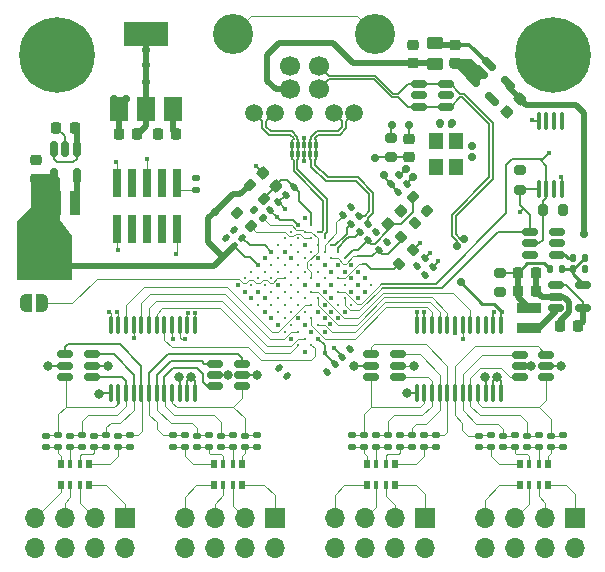
<source format=gbr>
%TF.GenerationSoftware,KiCad,Pcbnew,7.0.6*%
%TF.CreationDate,2023-10-15T13:38:33+02:00*%
%TF.ProjectId,fx3lahw,6678336c-6168-4772-9e6b-696361645f70,rev?*%
%TF.SameCoordinates,Original*%
%TF.FileFunction,Copper,L1,Top*%
%TF.FilePolarity,Positive*%
%FSLAX46Y46*%
G04 Gerber Fmt 4.6, Leading zero omitted, Abs format (unit mm)*
G04 Created by KiCad (PCBNEW 7.0.6) date 2023-10-15 13:38:33*
%MOMM*%
%LPD*%
G01*
G04 APERTURE LIST*
G04 Aperture macros list*
%AMRoundRect*
0 Rectangle with rounded corners*
0 $1 Rounding radius*
0 $2 $3 $4 $5 $6 $7 $8 $9 X,Y pos of 4 corners*
0 Add a 4 corners polygon primitive as box body*
4,1,4,$2,$3,$4,$5,$6,$7,$8,$9,$2,$3,0*
0 Add four circle primitives for the rounded corners*
1,1,$1+$1,$2,$3*
1,1,$1+$1,$4,$5*
1,1,$1+$1,$6,$7*
1,1,$1+$1,$8,$9*
0 Add four rect primitives between the rounded corners*
20,1,$1+$1,$2,$3,$4,$5,0*
20,1,$1+$1,$4,$5,$6,$7,0*
20,1,$1+$1,$6,$7,$8,$9,0*
20,1,$1+$1,$8,$9,$2,$3,0*%
%AMFreePoly0*
4,1,19,0.500000,-0.750000,0.000000,-0.750000,0.000000,-0.744911,-0.071157,-0.744911,-0.207708,-0.704816,-0.327430,-0.627875,-0.420627,-0.520320,-0.479746,-0.390866,-0.500000,-0.250000,-0.500000,0.250000,-0.479746,0.390866,-0.420627,0.520320,-0.327430,0.627875,-0.207708,0.704816,-0.071157,0.744911,0.000000,0.744911,0.000000,0.750000,0.500000,0.750000,0.500000,-0.750000,0.500000,-0.750000,
$1*%
%AMFreePoly1*
4,1,19,0.000000,0.744911,0.071157,0.744911,0.207708,0.704816,0.327430,0.627875,0.420627,0.520320,0.479746,0.390866,0.500000,0.250000,0.500000,-0.250000,0.479746,-0.390866,0.420627,-0.520320,0.327430,-0.627875,0.207708,-0.704816,0.071157,-0.744911,0.000000,-0.744911,0.000000,-0.750000,-0.500000,-0.750000,-0.500000,0.750000,0.000000,0.750000,0.000000,0.744911,0.000000,0.744911,
$1*%
G04 Aperture macros list end*
%TA.AperFunction,SMDPad,CuDef*%
%ADD10RoundRect,0.140000X0.219203X0.021213X0.021213X0.219203X-0.219203X-0.021213X-0.021213X-0.219203X0*%
%TD*%
%TA.AperFunction,SMDPad,CuDef*%
%ADD11RoundRect,0.135000X-0.135000X-0.185000X0.135000X-0.185000X0.135000X0.185000X-0.135000X0.185000X0*%
%TD*%
%TA.AperFunction,SMDPad,CuDef*%
%ADD12RoundRect,0.140000X-0.140000X-0.170000X0.140000X-0.170000X0.140000X0.170000X-0.140000X0.170000X0*%
%TD*%
%TA.AperFunction,SMDPad,CuDef*%
%ADD13RoundRect,0.140000X0.021213X-0.219203X0.219203X-0.021213X-0.021213X0.219203X-0.219203X0.021213X0*%
%TD*%
%TA.AperFunction,SMDPad,CuDef*%
%ADD14R,1.500000X2.000000*%
%TD*%
%TA.AperFunction,SMDPad,CuDef*%
%ADD15R,3.800000X2.000000*%
%TD*%
%TA.AperFunction,SMDPad,CuDef*%
%ADD16RoundRect,0.150000X0.512500X0.150000X-0.512500X0.150000X-0.512500X-0.150000X0.512500X-0.150000X0*%
%TD*%
%TA.AperFunction,SMDPad,CuDef*%
%ADD17R,0.300000X0.550000*%
%TD*%
%TA.AperFunction,SMDPad,CuDef*%
%ADD18R,0.400000X0.550000*%
%TD*%
%TA.AperFunction,SMDPad,CuDef*%
%ADD19RoundRect,0.150000X-0.512500X-0.150000X0.512500X-0.150000X0.512500X0.150000X-0.512500X0.150000X0*%
%TD*%
%TA.AperFunction,SMDPad,CuDef*%
%ADD20C,0.320000*%
%TD*%
%TA.AperFunction,SMDPad,CuDef*%
%ADD21RoundRect,0.135000X0.185000X-0.135000X0.185000X0.135000X-0.185000X0.135000X-0.185000X-0.135000X0*%
%TD*%
%TA.AperFunction,SMDPad,CuDef*%
%ADD22RoundRect,0.140000X0.170000X-0.140000X0.170000X0.140000X-0.170000X0.140000X-0.170000X-0.140000X0*%
%TD*%
%TA.AperFunction,SMDPad,CuDef*%
%ADD23RoundRect,0.135000X0.135000X0.185000X-0.135000X0.185000X-0.135000X-0.185000X0.135000X-0.185000X0*%
%TD*%
%TA.AperFunction,ComponentPad*%
%ADD24C,1.700000*%
%TD*%
%TA.AperFunction,ComponentPad*%
%ADD25C,1.500000*%
%TD*%
%TA.AperFunction,ComponentPad*%
%ADD26C,3.400000*%
%TD*%
%TA.AperFunction,SMDPad,CuDef*%
%ADD27RoundRect,0.100000X-0.100000X0.637500X-0.100000X-0.637500X0.100000X-0.637500X0.100000X0.637500X0*%
%TD*%
%TA.AperFunction,SMDPad,CuDef*%
%ADD28R,0.500000X0.800000*%
%TD*%
%TA.AperFunction,SMDPad,CuDef*%
%ADD29R,0.400000X0.800000*%
%TD*%
%TA.AperFunction,SMDPad,CuDef*%
%ADD30RoundRect,0.200000X0.053033X-0.335876X0.335876X-0.053033X-0.053033X0.335876X-0.335876X0.053033X0*%
%TD*%
%TA.AperFunction,SMDPad,CuDef*%
%ADD31RoundRect,0.225000X-0.017678X0.335876X-0.335876X0.017678X0.017678X-0.335876X0.335876X-0.017678X0*%
%TD*%
%TA.AperFunction,SMDPad,CuDef*%
%ADD32R,2.000000X0.850000*%
%TD*%
%TA.AperFunction,SMDPad,CuDef*%
%ADD33RoundRect,0.140000X-0.021213X0.219203X-0.219203X0.021213X0.021213X-0.219203X0.219203X-0.021213X0*%
%TD*%
%TA.AperFunction,SMDPad,CuDef*%
%ADD34RoundRect,0.135000X-0.035355X0.226274X-0.226274X0.035355X0.035355X-0.226274X0.226274X-0.035355X0*%
%TD*%
%TA.AperFunction,SMDPad,CuDef*%
%ADD35RoundRect,0.225000X0.225000X0.250000X-0.225000X0.250000X-0.225000X-0.250000X0.225000X-0.250000X0*%
%TD*%
%TA.AperFunction,SMDPad,CuDef*%
%ADD36RoundRect,0.200000X0.200000X0.275000X-0.200000X0.275000X-0.200000X-0.275000X0.200000X-0.275000X0*%
%TD*%
%TA.AperFunction,SMDPad,CuDef*%
%ADD37RoundRect,0.200000X-0.275000X0.200000X-0.275000X-0.200000X0.275000X-0.200000X0.275000X0.200000X0*%
%TD*%
%TA.AperFunction,SMDPad,CuDef*%
%ADD38RoundRect,0.225000X-0.225000X-0.250000X0.225000X-0.250000X0.225000X0.250000X-0.225000X0.250000X0*%
%TD*%
%TA.AperFunction,SMDPad,CuDef*%
%ADD39RoundRect,0.200000X0.335876X0.053033X0.053033X0.335876X-0.335876X-0.053033X-0.053033X-0.335876X0*%
%TD*%
%TA.AperFunction,ComponentPad*%
%ADD40R,1.700000X1.700000*%
%TD*%
%TA.AperFunction,ComponentPad*%
%ADD41O,1.700000X1.700000*%
%TD*%
%TA.AperFunction,SMDPad,CuDef*%
%ADD42R,0.850000X2.000000*%
%TD*%
%TA.AperFunction,SMDPad,CuDef*%
%ADD43RoundRect,0.225000X0.250000X-0.225000X0.250000X0.225000X-0.250000X0.225000X-0.250000X-0.225000X0*%
%TD*%
%TA.AperFunction,SMDPad,CuDef*%
%ADD44RoundRect,0.135000X0.226274X0.035355X0.035355X0.226274X-0.226274X-0.035355X-0.035355X-0.226274X0*%
%TD*%
%TA.AperFunction,SMDPad,CuDef*%
%ADD45RoundRect,0.225000X0.017678X-0.335876X0.335876X-0.017678X-0.017678X0.335876X-0.335876X0.017678X0*%
%TD*%
%TA.AperFunction,SMDPad,CuDef*%
%ADD46RoundRect,0.225000X0.335876X0.017678X0.017678X0.335876X-0.335876X-0.017678X-0.017678X-0.335876X0*%
%TD*%
%TA.AperFunction,SMDPad,CuDef*%
%ADD47RoundRect,0.250000X0.450000X-0.262500X0.450000X0.262500X-0.450000X0.262500X-0.450000X-0.262500X0*%
%TD*%
%TA.AperFunction,SMDPad,CuDef*%
%ADD48FreePoly0,0.000000*%
%TD*%
%TA.AperFunction,SMDPad,CuDef*%
%ADD49FreePoly1,0.000000*%
%TD*%
%TA.AperFunction,SMDPad,CuDef*%
%ADD50R,0.740000X2.400000*%
%TD*%
%TA.AperFunction,SMDPad,CuDef*%
%ADD51RoundRect,0.225000X-0.250000X0.225000X-0.250000X-0.225000X0.250000X-0.225000X0.250000X0.225000X0*%
%TD*%
%TA.AperFunction,ComponentPad*%
%ADD52C,6.400000*%
%TD*%
%TA.AperFunction,SMDPad,CuDef*%
%ADD53R,1.200000X1.400000*%
%TD*%
%TA.AperFunction,SMDPad,CuDef*%
%ADD54RoundRect,0.135000X-0.185000X0.135000X-0.185000X-0.135000X0.185000X-0.135000X0.185000X0.135000X0*%
%TD*%
%TA.AperFunction,SMDPad,CuDef*%
%ADD55RoundRect,0.150000X-0.468458X0.256326X0.256326X-0.468458X0.468458X-0.256326X-0.256326X0.468458X0*%
%TD*%
%TA.AperFunction,SMDPad,CuDef*%
%ADD56RoundRect,0.140000X-0.219203X-0.021213X-0.021213X-0.219203X0.219203X0.021213X0.021213X0.219203X0*%
%TD*%
%TA.AperFunction,SMDPad,CuDef*%
%ADD57RoundRect,0.150000X-0.150000X0.512500X-0.150000X-0.512500X0.150000X-0.512500X0.150000X0.512500X0*%
%TD*%
%TA.AperFunction,SMDPad,CuDef*%
%ADD58RoundRect,0.200000X-0.335876X-0.053033X-0.053033X-0.335876X0.335876X0.053033X0.053033X0.335876X0*%
%TD*%
%TA.AperFunction,ViaPad*%
%ADD59C,0.450000*%
%TD*%
%TA.AperFunction,ViaPad*%
%ADD60C,0.700000*%
%TD*%
%TA.AperFunction,ViaPad*%
%ADD61C,0.800000*%
%TD*%
%TA.AperFunction,Conductor*%
%ADD62C,0.177300*%
%TD*%
%TA.AperFunction,Conductor*%
%ADD63C,0.141000*%
%TD*%
%TA.AperFunction,Conductor*%
%ADD64C,0.500000*%
%TD*%
%TA.AperFunction,Conductor*%
%ADD65C,0.200000*%
%TD*%
%TA.AperFunction,Conductor*%
%ADD66C,0.150000*%
%TD*%
%TA.AperFunction,Conductor*%
%ADD67C,0.110000*%
%TD*%
%TA.AperFunction,Conductor*%
%ADD68C,0.250000*%
%TD*%
%TA.AperFunction,Conductor*%
%ADD69C,0.300000*%
%TD*%
G04 APERTURE END LIST*
D10*
%TO.P,C13,1*%
%TO.N,+3V3*%
X76989411Y-166989411D03*
%TO.P,C13,2*%
%TO.N,GND*%
X76310589Y-166310589D03*
%TD*%
D11*
%TO.P,R6,1*%
%TO.N,/VCC_frontend*%
X103052500Y-169634000D03*
%TO.P,R6,2*%
%TO.N,Net-(U9-FB)*%
X104072500Y-169634000D03*
%TD*%
D12*
%TO.P,C1,1*%
%TO.N,Net-(U1A-XTALIN)*%
X93720000Y-157300000D03*
%TO.P,C1,2*%
%TO.N,GND*%
X94680000Y-157300000D03*
%TD*%
D13*
%TO.P,C14,1*%
%TO.N,+3V3*%
X79360589Y-164639411D03*
%TO.P,C14,2*%
%TO.N,GND*%
X80039411Y-163960589D03*
%TD*%
D14*
%TO.P,U8,1,GND*%
%TO.N,GND*%
X66509000Y-156016000D03*
%TO.P,U8,2,VO*%
%TO.N,+3V3*%
X68809000Y-156016000D03*
D15*
X68809000Y-149716000D03*
D14*
%TO.P,U8,3,VI*%
%TO.N,VBUS*%
X71109000Y-156016000D03*
%TD*%
D16*
%TO.P,U10,1,VOUT*%
%TO.N,Net-(U10-VOUT)*%
X103603500Y-168376000D03*
%TO.P,U10,2,VSS*%
%TO.N,GND*%
X103603500Y-167426000D03*
%TO.P,U10,3,VDD*%
%TO.N,+3V3*%
X103603500Y-166476000D03*
%TO.P,U10,4,SDA*%
%TO.N,/I2C_SDA*%
X101328500Y-166476000D03*
%TO.P,U10,5,SCL*%
%TO.N,/I2C_SCL*%
X101328500Y-167426000D03*
%TO.P,U10,6,A0*%
%TO.N,GND*%
X101328500Y-168376000D03*
%TD*%
D17*
%TO.P,U3,1,IO1*%
%TO.N,/SSTX-*%
X83235000Y-159099000D03*
%TO.P,U3,2,IO2*%
%TO.N,/SSTX+*%
X82735000Y-159099000D03*
D18*
%TO.P,U3,3,G*%
%TO.N,GND*%
X82235000Y-159099000D03*
D17*
%TO.P,U3,4,IO3*%
%TO.N,/SSRX-*%
X81735000Y-159099000D03*
%TO.P,U3,5,IO4*%
%TO.N,/SSRX+*%
X81235000Y-159099000D03*
%TO.P,U3,6,NC*%
X81235000Y-159869000D03*
%TO.P,U3,7,NC*%
%TO.N,/SSRX-*%
X81735000Y-159869000D03*
D18*
%TO.P,U3,8,G*%
%TO.N,GND*%
X82235000Y-159869000D03*
D17*
%TO.P,U3,9,NC*%
%TO.N,/SSTX+*%
X82735000Y-159869000D03*
%TO.P,U3,10,NC*%
%TO.N,/SSTX-*%
X83235000Y-159869000D03*
%TD*%
D19*
%TO.P,U13,1,I/O1*%
%TO.N,/RAW_CH10*%
X74697500Y-177634000D03*
%TO.P,U13,2,GND*%
%TO.N,GND*%
X74697500Y-178584000D03*
%TO.P,U13,3,I/O2*%
%TO.N,/RAW_CH9*%
X74697500Y-179534000D03*
%TO.P,U13,4,I/O3*%
%TO.N,/RAW_CH8*%
X76972500Y-179534000D03*
%TO.P,U13,5,VBUS*%
%TO.N,/VCC_frontend*%
X76972500Y-178584000D03*
%TO.P,U13,6,I/O4*%
%TO.N,/RAW_CH11*%
X76972500Y-177634000D03*
%TD*%
D20*
%TO.P,U1,A1,U3VSSQ*%
%TO.N,GND*%
X82266000Y-165300517D03*
%TO.P,U1,A2,U3RXVDDQ*%
%TO.N,Net-(U1C-U3RXVDDQ)*%
X82831685Y-165866202D03*
%TO.P,U1,A3,SSRX-*%
%TO.N,/SSRX+*%
X83397371Y-166431888D03*
%TO.P,U1,A4,SSRX+*%
%TO.N,/SSRX-*%
X83963056Y-166997573D03*
%TO.P,U1,A5,SSTX+*%
%TO.N,/dSSTX+*%
X84528742Y-167563258D03*
%TO.P,U1,A6,SSTX-*%
%TO.N,/dSSTX-*%
X85094427Y-168128944D03*
%TO.P,U1,A7,AVDD*%
%TO.N,Net-(U1C-AVDD)*%
X85660113Y-168694629D03*
%TO.P,U1,A8,VSS12*%
%TO.N,GND*%
X86225798Y-169260315D03*
%TO.P,U1,A9,D+*%
%TO.N,/SS_D+*%
X86791483Y-169826000D03*
%TO.P,U1,A10,D-*%
%TO.N,/SS_D-*%
X87357169Y-170391686D03*
%TO.P,U1,A11,NC*%
%TO.N,unconnected-(U1B-NC-PadA11)*%
X87922854Y-170957371D03*
%TO.P,U1,B1,VIO4*%
%TO.N,+3V3*%
X81700315Y-165866202D03*
%TO.P,U1,B2,FSLC0*%
%TO.N,Net-(U1A-FSLC0)*%
X82266000Y-166431888D03*
%TO.P,U1,B3,R_USB3*%
%TO.N,Net-(U1B-R_USB3)*%
X82831685Y-166997573D03*
%TO.P,U1,B4,FSLC1*%
%TO.N,Net-(U1A-FSLC0)*%
X83397371Y-167563258D03*
%TO.P,U1,B5,U3TXVDDQ*%
%TO.N,Net-(U1C-U3TXVDDQ)*%
X83963056Y-168128944D03*
%TO.P,U1,B6,CVDDQ*%
%TO.N,Net-(U1C-CVDDQ)*%
X84528742Y-168694629D03*
%TO.P,U1,B7,AVSS*%
%TO.N,GND*%
X85094427Y-169260315D03*
%TO.P,U1,B8,VSS14*%
X85660113Y-169826000D03*
%TO.P,U1,B9,VSS13*%
X86225798Y-170391686D03*
%TO.P,U1,B10,VDD8*%
%TO.N,+1V2*%
X86791483Y-170957371D03*
%TO.P,U1,B11,TRST#*%
%TO.N,Net-(J7-~{RESET})*%
X87357169Y-171523056D03*
%TO.P,U1,C1,UART-CTS_SPI-SSN*%
%TO.N,unconnected-(U1F-UART-CTS_SPI-SSN-PadC1)*%
X81134629Y-166431888D03*
%TO.P,U1,C2,UART-TX_SPI-MISO*%
%TO.N,unconnected-(U1F-UART-TX_SPI-MISO-PadC2)*%
X81700315Y-166997573D03*
%TO.P,U1,C3,VDD2*%
%TO.N,+1V2*%
X82266000Y-167563258D03*
%TO.P,U1,C4,I2S-MCLK*%
%TO.N,unconnected-(U1F-I2S-MCLK-PadC4)*%
X82831685Y-168128944D03*
%TO.P,U1,C5,RESET_N*%
%TO.N,Net-(U1A-RESET_N)*%
X83397371Y-168694629D03*
%TO.P,U1,C6,XTALIN*%
%TO.N,Net-(U1A-XTALIN)*%
X83963056Y-169260315D03*
%TO.P,U1,C7,XTALOUT*%
%TO.N,Net-(U1A-XTALOUT)*%
X84528742Y-169826000D03*
%TO.P,U1,C8,R_USB2*%
%TO.N,Net-(U1B-R_USB2)*%
X85094427Y-170391686D03*
%TO.P,U1,C9,OTG_ID*%
%TO.N,unconnected-(U1B-OTG_ID-PadC9)*%
X85660113Y-170957371D03*
%TO.P,U1,C10,TDO*%
%TO.N,Net-(J7-SWO{slash}TDO)*%
X86225798Y-171523056D03*
%TO.P,U1,C11,VIO5*%
%TO.N,+3V3*%
X86791483Y-172088742D03*
%TO.P,U1,D1,I2S-CLK*%
%TO.N,unconnected-(U1F-I2S-CLK-PadD1)*%
X80568944Y-166997573D03*
%TO.P,U1,D2,I2S-SD*%
%TO.N,unconnected-(U1F-I2S-SD-PadD2)*%
X81134629Y-167563258D03*
%TO.P,U1,D3,I2S-WS*%
%TO.N,unconnected-(U1F-I2S-WS-PadD3)*%
X81700315Y-168128944D03*
%TO.P,U1,D4,UART-RTS_SPI-SCK*%
%TO.N,unconnected-(U1F-UART-RTS_SPI-SCK-PadD4)*%
X82266000Y-168694629D03*
%TO.P,U1,D5,UART-RX_SPI-MOSI*%
%TO.N,unconnected-(U1F-UART-RX_SPI-MOSI-PadD5)*%
X82831685Y-169260315D03*
%TO.P,U1,D6,CLKIN_32*%
%TO.N,unconnected-(U1A-CLKIN_32-PadD6)*%
X83397371Y-169826000D03*
%TO.P,U1,D7,CLKIN*%
%TO.N,unconnected-(U1A-CLKIN-PadD7)*%
X83963056Y-170391686D03*
%TO.P,U1,D8,VSS5*%
%TO.N,GND*%
X84528742Y-170957371D03*
%TO.P,U1,D9,I2C_GPIO58_SCL*%
%TO.N,/I2C_SCL*%
X85094427Y-171523056D03*
%TO.P,U1,D10,I2C_GPIO59_SDA*%
%TO.N,/I2C_SDA*%
X85660113Y-172088742D03*
%TO.P,U1,D11,I2C-GPIO60_CHARGER-DETECT*%
%TO.N,unconnected-(U1G-I2C-GPIO60_CHARGER-DETECT-PadD11)*%
X86225798Y-172654427D03*
%TO.P,U1,E1,DQ29*%
%TO.N,unconnected-(U1F-DQ29-PadE1)*%
X80003258Y-167563258D03*
%TO.P,U1,E2,VSS3*%
%TO.N,GND*%
X80568944Y-168128944D03*
%TO.P,U1,E3,VIO3*%
%TO.N,+3V3*%
X81134629Y-168694629D03*
%TO.P,U1,E4,DQ31*%
%TO.N,unconnected-(U1F-DQ31-PadE4)*%
X81700315Y-169260315D03*
%TO.P,U1,E5,DQ30*%
%TO.N,unconnected-(U1F-DQ30-PadE5)*%
X82266000Y-169826000D03*
%TO.P,U1,E6,FSLC2*%
%TO.N,Net-(U1A-FSLC0)*%
X82831685Y-170391686D03*
%TO.P,U1,E7,TDI*%
%TO.N,Net-(J7-NC{slash}TDI)*%
X83397371Y-170957371D03*
%TO.P,U1,E8,TMS*%
%TO.N,Net-(J7-SWDIO{slash}TMS)*%
X83963056Y-171523056D03*
%TO.P,U1,E9,VDD4*%
%TO.N,+1V2*%
X84528742Y-172088742D03*
%TO.P,U1,E10,VBATT*%
%TO.N,unconnected-(U1C-VBATT-PadE10)*%
X85094427Y-172654427D03*
%TO.P,U1,E11,VBUS*%
%TO.N,VBUS*%
X85660113Y-173220113D03*
%TO.P,U1,F1,VIO2*%
%TO.N,+3V3*%
X79437573Y-168128944D03*
%TO.P,U1,F2,GPIO45*%
%TO.N,unconnected-(U1E-GPIO45-PadF2)*%
X80003258Y-168694629D03*
%TO.P,U1,F3,DQ27*%
%TO.N,unconnected-(U1E-DQ27-PadF3)*%
X80568944Y-169260315D03*
%TO.P,U1,F4,DQ24*%
%TO.N,unconnected-(U1E-DQ24-PadF4)*%
X81134629Y-169826000D03*
%TO.P,U1,F5,DQ28*%
%TO.N,unconnected-(U1F-DQ28-PadF5)*%
X81700315Y-170391686D03*
%TO.P,U1,F6,TCK*%
%TO.N,Net-(J7-SWDCLK{slash}TCK)*%
X82266000Y-170957371D03*
%TO.P,U1,F7,DQ2*%
%TO.N,/In_CH2*%
X82831685Y-171523056D03*
%TO.P,U1,F8,DQ5*%
%TO.N,/In_CH5*%
X83397371Y-172088742D03*
%TO.P,U1,F9,DQ1*%
%TO.N,/In_CH1*%
X83963056Y-172654427D03*
%TO.P,U1,F10,DQ0*%
%TO.N,/In_CH0*%
X84528742Y-173220113D03*
%TO.P,U1,F11,VDD5*%
%TO.N,+1V2*%
X85094427Y-173785798D03*
%TO.P,U1,G1,VSS1*%
%TO.N,GND*%
X78871887Y-168694629D03*
%TO.P,U1,G2,DQ25*%
%TO.N,unconnected-(U1E-DQ25-PadG2)*%
X79437573Y-169260315D03*
%TO.P,U1,G3,DQ26*%
%TO.N,unconnected-(U1E-DQ26-PadG3)*%
X80003258Y-169826000D03*
%TO.P,U1,G4,PMODE0*%
%TO.N,Net-(JP1-B)*%
X80568944Y-170391686D03*
%TO.P,U1,G5,CTL8*%
%TO.N,unconnected-(U1D-CTL8-PadG5)*%
X81134629Y-170957371D03*
%TO.P,U1,G6,CTL5*%
%TO.N,unconnected-(U1D-CTL5-PadG6)*%
X81700315Y-171523056D03*
%TO.P,U1,G7,CTL4*%
%TO.N,unconnected-(U1D-CTL4-PadG7)*%
X82266000Y-172088742D03*
%TO.P,U1,G8,DQ15*%
%TO.N,/In_CH15*%
X82831685Y-172654427D03*
%TO.P,U1,G9,DQ4*%
%TO.N,/In_CH4*%
X83397371Y-173220113D03*
%TO.P,U1,G10,DQ3*%
%TO.N,/In_CH3*%
X83963056Y-173785798D03*
%TO.P,U1,G11,VSS6*%
%TO.N,GND*%
X84528742Y-174351484D03*
%TO.P,U1,H1,VDD1*%
%TO.N,+1V2*%
X78306202Y-169260315D03*
%TO.P,U1,H2,DQ22*%
%TO.N,unconnected-(U1E-DQ22-PadH2)*%
X78871887Y-169826000D03*
%TO.P,U1,H3,DQ23*%
%TO.N,unconnected-(U1E-DQ23-PadH3)*%
X79437573Y-170391686D03*
%TO.P,U1,H4,PMODE1*%
%TO.N,+3V3*%
X80003258Y-170957371D03*
%TO.P,U1,H5,CTL12*%
%TO.N,unconnected-(U1D-CTL12-PadH5)*%
X80568944Y-171523056D03*
%TO.P,U1,H6,CTL9*%
%TO.N,unconnected-(U1D-CTL9-PadH6)*%
X81134629Y-172088742D03*
%TO.P,U1,H7,CTL3*%
%TO.N,unconnected-(U1D-CTL3-PadH7)*%
X81700315Y-172654427D03*
%TO.P,U1,H8,CTL7*%
%TO.N,unconnected-(U1D-CTL7-PadH8)*%
X82266000Y-173220113D03*
%TO.P,U1,H9,DQ7*%
%TO.N,/In_CH7*%
X82831685Y-173785798D03*
%TO.P,U1,H10,DQ6*%
%TO.N,/In_CH6*%
X83397371Y-174351484D03*
%TO.P,U1,H11,VIO1_2*%
%TO.N,+3V3*%
X83963056Y-174917169D03*
%TO.P,U1,J1,DQ21*%
%TO.N,unconnected-(U1E-DQ21-PadJ1)*%
X77740517Y-169826000D03*
%TO.P,U1,J2,DQ19*%
%TO.N,unconnected-(U1E-DQ19-PadJ2)*%
X78306202Y-170391686D03*
%TO.P,U1,J3,DQ20*%
%TO.N,unconnected-(U1E-DQ20-PadJ3)*%
X78871887Y-170957371D03*
%TO.P,U1,J4,DQ17*%
%TO.N,unconnected-(U1E-DQ17-PadJ4)*%
X79437573Y-171523056D03*
%TO.P,U1,J5,CTL11*%
%TO.N,unconnected-(U1D-CTL11-PadJ5)*%
X80003258Y-172088742D03*
%TO.P,U1,J6,PCLK*%
%TO.N,unconnected-(U1D-PCLK-PadJ6)*%
X80568944Y-172654427D03*
%TO.P,U1,J7,CTL2*%
%TO.N,unconnected-(U1D-CTL2-PadJ7)*%
X81134629Y-173220113D03*
%TO.P,U1,J8,DQ14*%
%TO.N,/In_CH14*%
X81700315Y-173785798D03*
%TO.P,U1,J9,DQ9*%
%TO.N,/In_CH9*%
X82266000Y-174351484D03*
%TO.P,U1,J10,DQ8*%
%TO.N,/In_CH8*%
X82831685Y-174917169D03*
%TO.P,U1,J11,VDD7*%
%TO.N,+1V2*%
X83397371Y-175482854D03*
%TO.P,U1,K1,DQ18*%
%TO.N,unconnected-(U1E-DQ18-PadK1)*%
X77174831Y-170391686D03*
%TO.P,U1,K2,DQ16*%
%TO.N,unconnected-(U1E-DQ16-PadK2)*%
X77740517Y-170957371D03*
%TO.P,U1,K3,VSS10*%
%TO.N,GND*%
X78306202Y-171523056D03*
%TO.P,U1,K4,VSS8*%
X78871887Y-172088742D03*
%TO.P,U1,K5,CTL10*%
%TO.N,unconnected-(U1D-CTL10-PadK5)*%
X79437573Y-172654427D03*
%TO.P,U1,K6,CTL6*%
%TO.N,unconnected-(U1D-CTL6-PadK6)*%
X80003258Y-173220113D03*
%TO.P,U1,K7,CTL1*%
%TO.N,unconnected-(U1D-CTL1-PadK7)*%
X80568944Y-173785798D03*
%TO.P,U1,K8,CTL0*%
%TO.N,unconnected-(U1D-CTL0-PadK8)*%
X81134629Y-174351484D03*
%TO.P,U1,K9,DQ13*%
%TO.N,/In_CH13*%
X81700315Y-174917169D03*
%TO.P,U1,K10,DQ12*%
%TO.N,/In_CH12*%
X82266000Y-175482854D03*
%TO.P,U1,K11,DQ10*%
%TO.N,/In_CH10*%
X82831685Y-176048540D03*
%TO.P,U1,L1,VSS2*%
%TO.N,GND*%
X76609146Y-170957371D03*
%TO.P,U1,L2,VSS11*%
X77174831Y-171523056D03*
%TO.P,U1,L3,VSS9*%
X77740517Y-172088742D03*
%TO.P,U1,L4,PMODE2*%
%TO.N,unconnected-(U1D-PMODE2-PadL4)*%
X78306202Y-172654427D03*
%TO.P,U1,L5,VDD6*%
%TO.N,+1V2*%
X78871887Y-173220113D03*
%TO.P,U1,L6,VSS4*%
%TO.N,GND*%
X79437573Y-173785798D03*
%TO.P,U1,L7,VDD3*%
%TO.N,+1V2*%
X80003258Y-174351484D03*
%TO.P,U1,L8,INT_N_CTL_15*%
%TO.N,unconnected-(U1D-INT_N_CTL_15-PadL8)*%
X80568944Y-174917169D03*
%TO.P,U1,L9,VIO1_1*%
%TO.N,+3V3*%
X81134629Y-175482854D03*
%TO.P,U1,L10,DQ11*%
%TO.N,/In_CH11*%
X81700315Y-176048540D03*
%TO.P,U1,L11,VSS7*%
%TO.N,GND*%
X82266000Y-176614225D03*
%TD*%
D21*
%TO.P,R15,1*%
%TO.N,Net-(RN2-R1.1)*%
X78200000Y-184710000D03*
%TO.P,R15,2*%
%TO.N,/RAW_CH8*%
X78200000Y-183690000D03*
%TD*%
D22*
%TO.P,C43,1*%
%TO.N,Net-(RN2-R3.1)*%
X73120000Y-184680000D03*
%TO.P,C43,2*%
%TO.N,/RAW_CH10*%
X73120000Y-183720000D03*
%TD*%
%TO.P,C47,1*%
%TO.N,Net-(RN3-R3.1)*%
X88310001Y-184650001D03*
%TO.P,C47,2*%
%TO.N,/RAW_CH6*%
X88310001Y-183690001D03*
%TD*%
%TO.P,C37,1*%
%TO.N,Net-(RN1-R4.1)*%
X60368000Y-184680000D03*
%TO.P,C37,2*%
%TO.N,/RAW_CH15*%
X60368000Y-183720000D03*
%TD*%
D23*
%TO.P,R8,1*%
%TO.N,Net-(U9-FB)*%
X105976000Y-168634000D03*
%TO.P,R8,2*%
%TO.N,Net-(U10-VOUT)*%
X104956000Y-168634000D03*
%TD*%
D24*
%TO.P,J1,1,VBUS*%
%TO.N,/VBUS_IN*%
X80985000Y-154384000D03*
%TO.P,J1,2,D-*%
%TO.N,/SS_D-*%
X83485000Y-154384000D03*
%TO.P,J1,3,D+*%
%TO.N,/SS_D+*%
X83485000Y-152384000D03*
%TO.P,J1,4,GND*%
%TO.N,GND*%
X80985000Y-152384000D03*
D25*
%TO.P,J1,5,SSTX-*%
%TO.N,/SSTX-*%
X86485000Y-156384000D03*
%TO.P,J1,6,SSTX+*%
%TO.N,/SSTX+*%
X84735000Y-156384000D03*
%TO.P,J1,7,DRAIN*%
%TO.N,GND*%
X82235000Y-156384000D03*
%TO.P,J1,8,SSRX-*%
%TO.N,/SSRX-*%
X79735000Y-156384000D03*
%TO.P,J1,9,SSRX+*%
%TO.N,/SSRX+*%
X77985000Y-156384000D03*
D26*
%TO.P,J1,10,SHIELD*%
%TO.N,unconnected-(J1-SHIELD-Pad10)*%
X88255000Y-149674000D03*
X76215000Y-149674000D03*
%TD*%
D21*
%TO.P,R25,1*%
%TO.N,Net-(RN4-R2.1)*%
X102068000Y-184710000D03*
%TO.P,R25,2*%
%TO.N,/RAW_CH1*%
X102068000Y-183690000D03*
%TD*%
D22*
%TO.P,C52,1*%
%TO.N,Net-(RN4-R2.1)*%
X101052000Y-184680000D03*
%TO.P,C52,2*%
%TO.N,/RAW_CH1*%
X101052000Y-183720000D03*
%TD*%
%TO.P,C39,1*%
%TO.N,Net-(RN1-R1.1)*%
X66464000Y-184680000D03*
%TO.P,C39,2*%
%TO.N,/RAW_CH12*%
X66464000Y-183720000D03*
%TD*%
%TO.P,C46,1*%
%TO.N,Net-(RN3-R1.1)*%
X92374001Y-184650001D03*
%TO.P,C46,2*%
%TO.N,/RAW_CH4*%
X92374001Y-183690001D03*
%TD*%
D27*
%TO.P,U7,1,VCCA*%
%TO.N,+3V3*%
X98891001Y-174355500D03*
%TO.P,U7,2,DIR*%
%TO.N,GND*%
X98241001Y-174355500D03*
%TO.P,U7,3,A1*%
%TO.N,/In_CH0*%
X97591001Y-174355500D03*
%TO.P,U7,4,A2*%
%TO.N,/In_CH1*%
X96941001Y-174355500D03*
%TO.P,U7,5,A3*%
%TO.N,/In_CH2*%
X96291001Y-174355500D03*
%TO.P,U7,6,A4*%
%TO.N,/In_CH3*%
X95641001Y-174355500D03*
%TO.P,U7,7,A5*%
%TO.N,/In_CH4*%
X94991001Y-174355500D03*
%TO.P,U7,8,A6*%
%TO.N,/In_CH5*%
X94341001Y-174355500D03*
%TO.P,U7,9,A7*%
%TO.N,/In_CH6*%
X93691001Y-174355500D03*
%TO.P,U7,10,A8*%
%TO.N,/In_CH7*%
X93041001Y-174355500D03*
%TO.P,U7,11,DIR2*%
%TO.N,GND*%
X92391001Y-174355500D03*
%TO.P,U7,12,GND*%
X91741001Y-174355500D03*
%TO.P,U7,13,GND*%
X91741001Y-180080500D03*
%TO.P,U7,14,B8*%
%TO.N,/RAW_CH7*%
X92391001Y-180080500D03*
%TO.P,U7,15,B7*%
%TO.N,/RAW_CH6*%
X93041001Y-180080500D03*
%TO.P,U7,16,B6*%
%TO.N,/RAW_CH5*%
X93691001Y-180080500D03*
%TO.P,U7,17,B5*%
%TO.N,/RAW_CH4*%
X94341001Y-180080500D03*
%TO.P,U7,18,B4*%
%TO.N,/RAW_CH3*%
X94991001Y-180080500D03*
%TO.P,U7,19,B3*%
%TO.N,/RAW_CH2*%
X95641001Y-180080500D03*
%TO.P,U7,20,B2*%
%TO.N,/RAW_CH1*%
X96291001Y-180080500D03*
%TO.P,U7,21,B1*%
%TO.N,/RAW_CH0*%
X96941001Y-180080500D03*
%TO.P,U7,22,~{OE}*%
%TO.N,GND*%
X97591001Y-180080500D03*
%TO.P,U7,23,VCCB*%
%TO.N,/VCC_frontend*%
X98241001Y-180080500D03*
%TO.P,U7,24,VCCB*%
X98891001Y-180080500D03*
%TD*%
D28*
%TO.P,RN1,1,R1.1*%
%TO.N,Net-(RN1-R1.1)*%
X64004000Y-186097001D03*
D29*
%TO.P,RN1,2,R2.1*%
%TO.N,Net-(RN1-R2.1)*%
X63204000Y-186097001D03*
%TO.P,RN1,3,R3.1*%
%TO.N,Net-(RN1-R3.1)*%
X62404000Y-186097001D03*
D28*
%TO.P,RN1,4,R4.1*%
%TO.N,Net-(RN1-R4.1)*%
X61604000Y-186097001D03*
%TO.P,RN1,5,R4.2*%
%TO.N,Net-(J2-Pin_7)*%
X61604000Y-187897001D03*
D29*
%TO.P,RN1,6,R3.2*%
%TO.N,Net-(J2-Pin_5)*%
X62404000Y-187897001D03*
%TO.P,RN1,7,R2.2*%
%TO.N,Net-(J2-Pin_3)*%
X63204000Y-187897001D03*
D28*
%TO.P,RN1,8,R1.2*%
%TO.N,Net-(J2-Pin_1)*%
X64004000Y-187897001D03*
%TD*%
D30*
%TO.P,R4,1*%
%TO.N,Net-(U1B-R_USB2)*%
X90281049Y-169164857D03*
%TO.P,R4,2*%
%TO.N,GND*%
X91447775Y-167998131D03*
%TD*%
D22*
%TO.P,C45,1*%
%TO.N,Net-(RN3-R4.1)*%
X86278001Y-184650001D03*
%TO.P,C45,2*%
%TO.N,/RAW_CH7*%
X86278001Y-183690001D03*
%TD*%
D27*
%TO.P,U11,1,E0*%
%TO.N,unconnected-(U11-E0-Pad1)*%
X104014975Y-157086507D03*
%TO.P,U11,2,E1*%
%TO.N,unconnected-(U11-E1-Pad2)*%
X103364975Y-157086507D03*
%TO.P,U11,3,E2*%
%TO.N,unconnected-(U11-E2-Pad3)*%
X102714975Y-157086507D03*
%TO.P,U11,4,VSS*%
%TO.N,GND*%
X102064975Y-157086507D03*
%TO.P,U11,5,SDA*%
%TO.N,/I2C_SDA*%
X102064975Y-162811507D03*
%TO.P,U11,6,SCL*%
%TO.N,/I2C_SCL*%
X102714975Y-162811507D03*
%TO.P,U11,7,~{WC}*%
%TO.N,unconnected-(U11-~{WC}-Pad7)*%
X103364975Y-162811507D03*
%TO.P,U11,8,VCC*%
%TO.N,+3V3*%
X104014975Y-162811507D03*
%TD*%
D31*
%TO.P,C6,1*%
%TO.N,VBUS*%
X100500504Y-155187134D03*
%TO.P,C6,2*%
%TO.N,GND*%
X99404488Y-156283150D03*
%TD*%
D32*
%TO.P,L2,1*%
%TO.N,Net-(U9-SW)*%
X101272500Y-174559000D03*
%TO.P,L2,2*%
%TO.N,/VCC_frontend*%
X101272500Y-172909000D03*
%TD*%
D19*
%TO.P,U15,1,I/O1*%
%TO.N,/RAW_CH2*%
X100462500Y-176850000D03*
%TO.P,U15,2,GND*%
%TO.N,GND*%
X100462500Y-177800000D03*
%TO.P,U15,3,I/O2*%
%TO.N,/RAW_CH1*%
X100462500Y-178750000D03*
%TO.P,U15,4,I/O3*%
%TO.N,/RAW_CH0*%
X102737500Y-178750000D03*
%TO.P,U15,5,VBUS*%
%TO.N,/VCC_frontend*%
X102737500Y-177800000D03*
%TO.P,U15,6,I/O4*%
%TO.N,/RAW_CH3*%
X102737500Y-176850000D03*
%TD*%
D16*
%TO.P,U4,1,I/O1*%
%TO.N,/SS_D-*%
X94255389Y-155857368D03*
%TO.P,U4,2,GND*%
%TO.N,GND*%
X94255389Y-154907368D03*
%TO.P,U4,3,I/O2*%
%TO.N,/SS_D+*%
X94255389Y-153957368D03*
%TO.P,U4,4,I/O2*%
X91980389Y-153957368D03*
%TO.P,U4,5,VBUS*%
%TO.N,/VBUS_IN*%
X91980389Y-154907368D03*
%TO.P,U4,6,I/O1*%
%TO.N,/SS_D-*%
X91980389Y-155857368D03*
%TD*%
D33*
%TO.P,C11,1*%
%TO.N,/SSTX-*%
X87605411Y-165786589D03*
%TO.P,C11,2*%
%TO.N,/dSSTX-*%
X86926589Y-166465411D03*
%TD*%
D34*
%TO.P,R2,1*%
%TO.N,+3V3*%
X90260624Y-161639376D03*
%TO.P,R2,2*%
%TO.N,Net-(U1A-RESET_N)*%
X89539376Y-162360624D03*
%TD*%
D21*
%TO.P,R16,1*%
%TO.N,Net-(RN2-R3.1)*%
X74136000Y-184710000D03*
%TO.P,R16,2*%
%TO.N,/RAW_CH10*%
X74136000Y-183690000D03*
%TD*%
D35*
%TO.P,C12,1*%
%TO.N,+3V3*%
X68060000Y-158200000D03*
%TO.P,C12,2*%
%TO.N,GND*%
X66510000Y-158200000D03*
%TD*%
D21*
%TO.P,R19,1*%
%TO.N,Net-(RN3-R1.1)*%
X93390001Y-184680001D03*
%TO.P,R19,2*%
%TO.N,/RAW_CH4*%
X93390001Y-183660001D03*
%TD*%
D33*
%TO.P,C23,1*%
%TO.N,Net-(U1C-U3RXVDDQ)*%
X81339411Y-162660589D03*
%TO.P,C23,2*%
%TO.N,GND*%
X80660589Y-163339411D03*
%TD*%
D36*
%TO.P,R10,1*%
%TO.N,+3V3*%
X104104975Y-164565007D03*
%TO.P,R10,2*%
%TO.N,/I2C_SCL*%
X102454975Y-164565007D03*
%TD*%
D37*
%TO.P,R9,1*%
%TO.N,+3V3*%
X100479975Y-161240007D03*
%TO.P,R9,2*%
%TO.N,/I2C_SDA*%
X100479975Y-162890007D03*
%TD*%
D38*
%TO.P,C36,1*%
%TO.N,/VCC_frontend*%
X100297500Y-169934000D03*
%TO.P,C36,2*%
%TO.N,GND*%
X101847500Y-169934000D03*
%TD*%
D21*
%TO.P,R23,1*%
%TO.N,Net-(RN4-R1.1)*%
X104100000Y-184710000D03*
%TO.P,R23,2*%
%TO.N,/RAW_CH0*%
X104100000Y-183690000D03*
%TD*%
D38*
%TO.P,C35,1*%
%TO.N,/VCC_frontend*%
X100297500Y-171434000D03*
%TO.P,C35,2*%
%TO.N,GND*%
X101847500Y-171434000D03*
%TD*%
D21*
%TO.P,R21,1*%
%TO.N,Net-(RN3-R2.1)*%
X91358001Y-184682001D03*
%TO.P,R21,2*%
%TO.N,/RAW_CH5*%
X91358001Y-183662001D03*
%TD*%
D39*
%TO.P,R3,1*%
%TO.N,Net-(U1B-R_USB3)*%
X77683363Y-165983363D03*
%TO.P,R3,2*%
%TO.N,GND*%
X76516637Y-164816637D03*
%TD*%
D40*
%TO.P,J3,1,Pin_1*%
%TO.N,Net-(J3-Pin_1)*%
X79716000Y-190707371D03*
D41*
%TO.P,J3,2,Pin_2*%
%TO.N,GND*%
X79716000Y-193247371D03*
%TO.P,J3,3,Pin_3*%
%TO.N,Net-(J3-Pin_3)*%
X77176000Y-190707371D03*
%TO.P,J3,4,Pin_4*%
%TO.N,GND*%
X77176000Y-193247371D03*
%TO.P,J3,5,Pin_5*%
%TO.N,Net-(J3-Pin_5)*%
X74636000Y-190707371D03*
%TO.P,J3,6,Pin_6*%
%TO.N,GND*%
X74636000Y-193247371D03*
%TO.P,J3,7,Pin_7*%
%TO.N,Net-(J3-Pin_7)*%
X72096000Y-190707371D03*
%TO.P,J3,8,Pin_8*%
%TO.N,GND*%
X72096000Y-193247371D03*
%TD*%
D22*
%TO.P,C38,1*%
%TO.N,Net-(RN1-R3.1)*%
X62400000Y-184680000D03*
%TO.P,C38,2*%
%TO.N,/RAW_CH14*%
X62400000Y-183720000D03*
%TD*%
D19*
%TO.P,U9,1,EN*%
%TO.N,VBUS*%
X103535000Y-170984000D03*
%TO.P,U9,2,GND*%
%TO.N,GND*%
X103535000Y-171934000D03*
%TO.P,U9,3,SW*%
%TO.N,Net-(U9-SW)*%
X103535000Y-172884000D03*
%TO.P,U9,4,VIN*%
%TO.N,VBUS*%
X105810000Y-172884000D03*
%TO.P,U9,5,FB*%
%TO.N,Net-(U9-FB)*%
X105810000Y-170984000D03*
%TD*%
D21*
%TO.P,R5,1*%
%TO.N,Net-(RN1-R4.1)*%
X61384000Y-184710000D03*
%TO.P,R5,2*%
%TO.N,/RAW_CH15*%
X61384000Y-183690000D03*
%TD*%
%TO.P,R13,1*%
%TO.N,Net-(RN1-R2.1)*%
X65448000Y-184710000D03*
%TO.P,R13,2*%
%TO.N,/RAW_CH13*%
X65448000Y-183690000D03*
%TD*%
D11*
%TO.P,R7,1*%
%TO.N,Net-(U9-FB)*%
X104962500Y-169634000D03*
%TO.P,R7,2*%
%TO.N,GND*%
X105982500Y-169634000D03*
%TD*%
D35*
%TO.P,C34,1*%
%TO.N,VBUS*%
X105441000Y-174434000D03*
%TO.P,C34,2*%
%TO.N,GND*%
X103891000Y-174434000D03*
%TD*%
D42*
%TO.P,L1,1*%
%TO.N,Net-(U5-SW)*%
X62844000Y-163968001D03*
%TO.P,L1,2*%
%TO.N,+1V2*%
X61194000Y-163968001D03*
%TD*%
D21*
%TO.P,R20,1*%
%TO.N,Net-(RN3-R3.1)*%
X89326001Y-184680001D03*
%TO.P,R20,2*%
%TO.N,/RAW_CH6*%
X89326001Y-183660001D03*
%TD*%
D43*
%TO.P,C7,1*%
%TO.N,+1V2*%
X59479000Y-161949001D03*
%TO.P,C7,2*%
%TO.N,GND*%
X59479000Y-160399001D03*
%TD*%
D33*
%TO.P,C26,1*%
%TO.N,+1V2*%
X84839411Y-177660589D03*
%TO.P,C26,2*%
%TO.N,GND*%
X84160589Y-178339411D03*
%TD*%
D44*
%TO.P,R1,1*%
%TO.N,Net-(U1A-FSLC0)*%
X78710624Y-165310624D03*
%TO.P,R1,2*%
%TO.N,GND*%
X77989376Y-164589376D03*
%TD*%
D21*
%TO.P,R24,1*%
%TO.N,Net-(RN4-R3.1)*%
X100036000Y-184708000D03*
%TO.P,R24,2*%
%TO.N,/RAW_CH2*%
X100036000Y-183688000D03*
%TD*%
D45*
%TO.P,C20,1*%
%TO.N,Net-(U1C-AVDD)*%
X89351992Y-165748008D03*
%TO.P,C20,2*%
%TO.N,GND*%
X90448008Y-164651992D03*
%TD*%
D46*
%TO.P,C22,1*%
%TO.N,Net-(U1C-U3RXVDDQ)*%
X79798008Y-162548008D03*
%TO.P,C22,2*%
%TO.N,GND*%
X78701992Y-161451992D03*
%TD*%
D37*
%TO.P,R26,1*%
%TO.N,/VCC_frontend*%
X98772500Y-169909000D03*
%TO.P,R26,2*%
%TO.N,GND*%
X98772500Y-171559000D03*
%TD*%
D21*
%TO.P,R18,1*%
%TO.N,Net-(RN3-R4.1)*%
X87294001Y-184680001D03*
%TO.P,R18,2*%
%TO.N,/RAW_CH7*%
X87294001Y-183660001D03*
%TD*%
D13*
%TO.P,C29,1*%
%TO.N,+1V2*%
X91769508Y-169373453D03*
%TO.P,C29,2*%
%TO.N,GND*%
X92448330Y-168694631D03*
%TD*%
D47*
%TO.P,FB1,1*%
%TO.N,/VBUS_IN*%
X93259500Y-152256129D03*
%TO.P,FB1,2*%
%TO.N,Net-(U2-IN)*%
X93259500Y-150431129D03*
%TD*%
D13*
%TO.P,C18,1*%
%TO.N,+3V3*%
X85460589Y-177039411D03*
%TO.P,C18,2*%
%TO.N,GND*%
X86139411Y-176360589D03*
%TD*%
D16*
%TO.P,U14,1,I/O1*%
%TO.N,/RAW_CH6*%
X90180501Y-178734000D03*
%TO.P,U14,2,GND*%
%TO.N,GND*%
X90180501Y-177784000D03*
%TO.P,U14,3,I/O2*%
%TO.N,/RAW_CH5*%
X90180501Y-176834000D03*
%TO.P,U14,4,I/O3*%
%TO.N,/RAW_CH4*%
X87905501Y-176834000D03*
%TO.P,U14,5,VBUS*%
%TO.N,/VCC_frontend*%
X87905501Y-177784000D03*
%TO.P,U14,6,I/O4*%
%TO.N,/RAW_CH7*%
X87905501Y-178734000D03*
%TD*%
D48*
%TO.P,JP1,1,A*%
%TO.N,+3V3*%
X58700000Y-172500000D03*
D49*
%TO.P,JP1,2,B*%
%TO.N,Net-(JP1-B)*%
X60000000Y-172500000D03*
%TD*%
D28*
%TO.P,RN3,1,R1.1*%
%TO.N,Net-(RN3-R1.1)*%
X89912001Y-186097001D03*
D29*
%TO.P,RN3,2,R2.1*%
%TO.N,Net-(RN3-R2.1)*%
X89112001Y-186097001D03*
%TO.P,RN3,3,R3.1*%
%TO.N,Net-(RN3-R3.1)*%
X88312001Y-186097001D03*
D28*
%TO.P,RN3,4,R4.1*%
%TO.N,Net-(RN3-R4.1)*%
X87512001Y-186097001D03*
%TO.P,RN3,5,R4.2*%
%TO.N,Net-(J4-Pin_7)*%
X87512001Y-187897001D03*
D29*
%TO.P,RN3,6,R3.2*%
%TO.N,Net-(J4-Pin_5)*%
X88312001Y-187897001D03*
%TO.P,RN3,7,R2.2*%
%TO.N,Net-(J4-Pin_3)*%
X89112001Y-187897001D03*
D28*
%TO.P,RN3,8,R1.2*%
%TO.N,Net-(J4-Pin_1)*%
X89912001Y-187897001D03*
%TD*%
D21*
%TO.P,R17,1*%
%TO.N,Net-(RN2-R2.1)*%
X76168000Y-184710000D03*
%TO.P,R17,2*%
%TO.N,/RAW_CH9*%
X76168000Y-183690000D03*
%TD*%
D28*
%TO.P,RN4,1,R1.1*%
%TO.N,Net-(RN4-R1.1)*%
X102866000Y-186097000D03*
D29*
%TO.P,RN4,2,R2.1*%
%TO.N,Net-(RN4-R2.1)*%
X102066000Y-186097000D03*
%TO.P,RN4,3,R3.1*%
%TO.N,Net-(RN4-R3.1)*%
X101266000Y-186097000D03*
D28*
%TO.P,RN4,4,R4.1*%
%TO.N,Net-(RN4-R4.1)*%
X100466000Y-186097000D03*
%TO.P,RN4,5,R4.2*%
%TO.N,Net-(J5-Pin_7)*%
X100466000Y-187897000D03*
D29*
%TO.P,RN4,6,R3.2*%
%TO.N,Net-(J5-Pin_5)*%
X101266000Y-187897000D03*
%TO.P,RN4,7,R2.2*%
%TO.N,Net-(J5-Pin_3)*%
X102066000Y-187897000D03*
D28*
%TO.P,RN4,8,R1.2*%
%TO.N,Net-(J5-Pin_1)*%
X102866000Y-187897000D03*
%TD*%
D27*
%TO.P,U12,1,VCCA*%
%TO.N,+3V3*%
X72983000Y-174355500D03*
%TO.P,U12,2,DIR*%
%TO.N,GND*%
X72333000Y-174355500D03*
%TO.P,U12,3,A1*%
%TO.N,/In_CH8*%
X71683000Y-174355500D03*
%TO.P,U12,4,A2*%
%TO.N,/In_CH9*%
X71033000Y-174355500D03*
%TO.P,U12,5,A3*%
%TO.N,/In_CH10*%
X70383000Y-174355500D03*
%TO.P,U12,6,A4*%
%TO.N,/In_CH11*%
X69733000Y-174355500D03*
%TO.P,U12,7,A5*%
%TO.N,/In_CH12*%
X69083000Y-174355500D03*
%TO.P,U12,8,A6*%
%TO.N,/In_CH13*%
X68433000Y-174355500D03*
%TO.P,U12,9,A7*%
%TO.N,/In_CH14*%
X67783000Y-174355500D03*
%TO.P,U12,10,A8*%
%TO.N,/In_CH15*%
X67133000Y-174355500D03*
%TO.P,U12,11,DIR2*%
%TO.N,GND*%
X66483000Y-174355500D03*
%TO.P,U12,12,GND*%
X65833000Y-174355500D03*
%TO.P,U12,13,GND*%
X65833000Y-180080500D03*
%TO.P,U12,14,B8*%
%TO.N,/RAW_CH15*%
X66483000Y-180080500D03*
%TO.P,U12,15,B7*%
%TO.N,/RAW_CH14*%
X67133000Y-180080500D03*
%TO.P,U12,16,B6*%
%TO.N,/RAW_CH13*%
X67783000Y-180080500D03*
%TO.P,U12,17,B5*%
%TO.N,/RAW_CH12*%
X68433000Y-180080500D03*
%TO.P,U12,18,B4*%
%TO.N,/RAW_CH11*%
X69083000Y-180080500D03*
%TO.P,U12,19,B3*%
%TO.N,/RAW_CH10*%
X69733000Y-180080500D03*
%TO.P,U12,20,B2*%
%TO.N,/RAW_CH9*%
X70383000Y-180080500D03*
%TO.P,U12,21,B1*%
%TO.N,/RAW_CH8*%
X71033000Y-180080500D03*
%TO.P,U12,22,~{OE}*%
%TO.N,GND*%
X71683000Y-180080500D03*
%TO.P,U12,23,VCCB*%
%TO.N,/VCC_frontend*%
X72333000Y-180080500D03*
%TO.P,U12,24,VCCB*%
X72983000Y-180080500D03*
%TD*%
D50*
%TO.P,J7,1,VTref*%
%TO.N,Net-(J7-VTref)*%
X71440000Y-162350000D03*
%TO.P,J7,2,SWDIO/TMS*%
%TO.N,Net-(J7-SWDIO{slash}TMS)*%
X71440000Y-166250000D03*
%TO.P,J7,3,GND*%
%TO.N,GND*%
X70170000Y-162350000D03*
%TO.P,J7,4,SWDCLK/TCK*%
%TO.N,Net-(J7-SWDCLK{slash}TCK)*%
X70170000Y-166250000D03*
%TO.P,J7,5,GND*%
%TO.N,GND*%
X68900000Y-162350000D03*
%TO.P,J7,6,SWO/TDO*%
%TO.N,Net-(J7-SWO{slash}TDO)*%
X68900000Y-166250000D03*
%TO.P,J7,7,KEY*%
%TO.N,unconnected-(J7-KEY-Pad7)*%
X67630000Y-162350000D03*
%TO.P,J7,8,NC/TDI*%
%TO.N,Net-(J7-NC{slash}TDI)*%
X67630000Y-166250000D03*
%TO.P,J7,9,GNDDetect*%
%TO.N,GND*%
X66360000Y-162350000D03*
%TO.P,J7,10,~{RESET}*%
%TO.N,Net-(J7-~{RESET})*%
X66360000Y-166250000D03*
%TD*%
D33*
%TO.P,C10,1*%
%TO.N,/SSTX+*%
X86886991Y-165068169D03*
%TO.P,C10,2*%
%TO.N,/dSSTX+*%
X86208169Y-165746991D03*
%TD*%
D40*
%TO.P,J5,1,Pin_1*%
%TO.N,Net-(J5-Pin_1)*%
X105116000Y-190707371D03*
D41*
%TO.P,J5,2,Pin_2*%
%TO.N,GND*%
X105116000Y-193247371D03*
%TO.P,J5,3,Pin_3*%
%TO.N,Net-(J5-Pin_3)*%
X102576000Y-190707371D03*
%TO.P,J5,4,Pin_4*%
%TO.N,GND*%
X102576000Y-193247371D03*
%TO.P,J5,5,Pin_5*%
%TO.N,Net-(J5-Pin_5)*%
X100036000Y-190707371D03*
%TO.P,J5,6,Pin_6*%
%TO.N,GND*%
X100036000Y-193247371D03*
%TO.P,J5,7,Pin_7*%
%TO.N,Net-(J5-Pin_7)*%
X97496000Y-190707371D03*
%TO.P,J5,8,Pin_8*%
%TO.N,GND*%
X97496000Y-193247371D03*
%TD*%
D22*
%TO.P,C48,1*%
%TO.N,Net-(RN3-R2.1)*%
X90342001Y-184650001D03*
%TO.P,C48,2*%
%TO.N,/RAW_CH5*%
X90342001Y-183690001D03*
%TD*%
%TO.P,C51,1*%
%TO.N,Net-(RN4-R3.1)*%
X99020000Y-184680000D03*
%TO.P,C51,2*%
%TO.N,/RAW_CH2*%
X99020000Y-183720000D03*
%TD*%
D13*
%TO.P,C15,1*%
%TO.N,+3V3*%
X92469508Y-170073453D03*
%TO.P,C15,2*%
%TO.N,GND*%
X93148330Y-169394631D03*
%TD*%
D43*
%TO.P,C5,1*%
%TO.N,/VBUS_IN*%
X91459500Y-152176629D03*
%TO.P,C5,2*%
%TO.N,GND*%
X91459500Y-150626629D03*
%TD*%
D51*
%TO.P,C4,1*%
%TO.N,Net-(U2-IN)*%
X95028500Y-150626629D03*
%TO.P,C4,2*%
%TO.N,GND*%
X95028500Y-152176629D03*
%TD*%
D52*
%TO.P,H1,1,1*%
%TO.N,GND*%
X61266000Y-151457371D03*
%TD*%
D40*
%TO.P,J4,1,Pin_1*%
%TO.N,Net-(J4-Pin_1)*%
X92416000Y-190707371D03*
D41*
%TO.P,J4,2,Pin_2*%
%TO.N,GND*%
X92416000Y-193247371D03*
%TO.P,J4,3,Pin_3*%
%TO.N,Net-(J4-Pin_3)*%
X89876000Y-190707371D03*
%TO.P,J4,4,Pin_4*%
%TO.N,GND*%
X89876000Y-193247371D03*
%TO.P,J4,5,Pin_5*%
%TO.N,Net-(J4-Pin_5)*%
X87336000Y-190707371D03*
%TO.P,J4,6,Pin_6*%
%TO.N,GND*%
X87336000Y-193247371D03*
%TO.P,J4,7,Pin_7*%
%TO.N,Net-(J4-Pin_7)*%
X84796000Y-190707371D03*
%TO.P,J4,8,Pin_8*%
%TO.N,GND*%
X84796000Y-193247371D03*
%TD*%
D21*
%TO.P,R22,1*%
%TO.N,Net-(RN4-R4.1)*%
X98004000Y-184710000D03*
%TO.P,R22,2*%
%TO.N,/RAW_CH3*%
X98004000Y-183690000D03*
%TD*%
D28*
%TO.P,RN2,1,R1.1*%
%TO.N,Net-(RN2-R1.1)*%
X76957999Y-186097000D03*
D29*
%TO.P,RN2,2,R2.1*%
%TO.N,Net-(RN2-R2.1)*%
X76157999Y-186097000D03*
%TO.P,RN2,3,R3.1*%
%TO.N,Net-(RN2-R3.1)*%
X75357999Y-186097000D03*
D28*
%TO.P,RN2,4,R4.1*%
%TO.N,Net-(RN2-R4.1)*%
X74557999Y-186097000D03*
%TO.P,RN2,5,R4.2*%
%TO.N,Net-(J3-Pin_7)*%
X74557999Y-187897000D03*
D29*
%TO.P,RN2,6,R3.2*%
%TO.N,Net-(J3-Pin_5)*%
X75357999Y-187897000D03*
%TO.P,RN2,7,R2.2*%
%TO.N,Net-(J3-Pin_3)*%
X76157999Y-187897000D03*
D28*
%TO.P,RN2,8,R1.2*%
%TO.N,Net-(J3-Pin_1)*%
X76957999Y-187897000D03*
%TD*%
D40*
%TO.P,J2,1,Pin_1*%
%TO.N,Net-(J2-Pin_1)*%
X67016000Y-190707371D03*
D41*
%TO.P,J2,2,Pin_2*%
%TO.N,GND*%
X67016000Y-193247371D03*
%TO.P,J2,3,Pin_3*%
%TO.N,Net-(J2-Pin_3)*%
X64476000Y-190707371D03*
%TO.P,J2,4,Pin_4*%
%TO.N,GND*%
X64476000Y-193247371D03*
%TO.P,J2,5,Pin_5*%
%TO.N,Net-(J2-Pin_5)*%
X61936000Y-190707371D03*
%TO.P,J2,6,Pin_6*%
%TO.N,GND*%
X61936000Y-193247371D03*
%TO.P,J2,7,Pin_7*%
%TO.N,Net-(J2-Pin_7)*%
X59396000Y-190707371D03*
%TO.P,J2,8,Pin_8*%
%TO.N,GND*%
X59396000Y-193247371D03*
%TD*%
D53*
%TO.P,Y1,1,1*%
%TO.N,Net-(U1A-XTALOUT)*%
X95050000Y-161000000D03*
%TO.P,Y1,2,2*%
%TO.N,GND*%
X95050000Y-158800000D03*
%TO.P,Y1,3,3*%
%TO.N,Net-(U1A-XTALIN)*%
X93350000Y-158800000D03*
%TO.P,Y1,4,4*%
%TO.N,GND*%
X93350000Y-161000000D03*
%TD*%
D22*
%TO.P,C2,1*%
%TO.N,Net-(U1A-XTALOUT)*%
X96400000Y-160128528D03*
%TO.P,C2,2*%
%TO.N,GND*%
X96400000Y-159168528D03*
%TD*%
%TO.P,C41,1*%
%TO.N,Net-(RN2-R4.1)*%
X71088000Y-184652000D03*
%TO.P,C41,2*%
%TO.N,/RAW_CH11*%
X71088000Y-183692000D03*
%TD*%
D54*
%TO.P,R27,1*%
%TO.N,+3V3*%
X73100000Y-161880001D03*
%TO.P,R27,2*%
%TO.N,Net-(J7-VTref)*%
X73100000Y-162900001D03*
%TD*%
D55*
%TO.P,U2,1,IN*%
%TO.N,Net-(U2-IN)*%
X97840014Y-152279158D03*
%TO.P,U2,2,GND*%
%TO.N,GND*%
X97168263Y-152950909D03*
%TO.P,U2,3,~{EN}*%
X96496512Y-153622660D03*
%TO.P,U2,4,~{FLAG}*%
%TO.N,unconnected-(U2-~{FLAG}-Pad4)*%
X98105180Y-155231328D03*
%TO.P,U2,5,OUT*%
%TO.N,VBUS*%
X99448682Y-153887826D03*
%TD*%
D30*
%TO.P,FB2,1*%
%TO.N,Net-(U1C-CVDDQ)*%
X90416637Y-166883363D03*
%TO.P,FB2,2*%
%TO.N,+3V3*%
X91583363Y-165716637D03*
%TD*%
D56*
%TO.P,C17,1*%
%TO.N,+3V3*%
X80060589Y-177960589D03*
%TO.P,C17,2*%
%TO.N,GND*%
X80739411Y-178639411D03*
%TD*%
D35*
%TO.P,C9,1*%
%TO.N,VBUS*%
X71375000Y-158200000D03*
%TO.P,C9,2*%
%TO.N,GND*%
X69825000Y-158200000D03*
%TD*%
D13*
%TO.P,C3,1*%
%TO.N,Net-(U1A-RESET_N)*%
X90210589Y-163039411D03*
%TO.P,C3,2*%
%TO.N,GND*%
X90889411Y-162360589D03*
%TD*%
D39*
%TO.P,FB3,1*%
%TO.N,+1V2*%
X92583363Y-164683363D03*
%TO.P,FB3,2*%
%TO.N,Net-(U1C-AVDD)*%
X91416637Y-163516637D03*
%TD*%
D13*
%TO.P,C19,1*%
%TO.N,Net-(U1C-CVDDQ)*%
X88526589Y-167996782D03*
%TO.P,C19,2*%
%TO.N,GND*%
X89205411Y-167317960D03*
%TD*%
D37*
%TO.P,FB5,1*%
%TO.N,+1V2*%
X89600000Y-158500000D03*
%TO.P,FB5,2*%
%TO.N,Net-(U1C-U3TXVDDQ)*%
X89600000Y-160150000D03*
%TD*%
D43*
%TO.P,C24,1*%
%TO.N,Net-(U1C-U3TXVDDQ)*%
X91100000Y-160100000D03*
%TO.P,C24,2*%
%TO.N,GND*%
X91100000Y-158550000D03*
%TD*%
D10*
%TO.P,C28,1*%
%TO.N,+1V2*%
X76289411Y-167689411D03*
%TO.P,C28,2*%
%TO.N,GND*%
X75610589Y-167010589D03*
%TD*%
D22*
%TO.P,C42,1*%
%TO.N,Net-(RN2-R1.1)*%
X77184000Y-184680000D03*
%TO.P,C42,2*%
%TO.N,/RAW_CH8*%
X77184000Y-183720000D03*
%TD*%
D16*
%TO.P,U6,1,I/O1*%
%TO.N,/RAW_CH14*%
X64272500Y-178734000D03*
%TO.P,U6,2,GND*%
%TO.N,GND*%
X64272500Y-177784000D03*
%TO.P,U6,3,I/O2*%
%TO.N,/RAW_CH13*%
X64272500Y-176834000D03*
%TO.P,U6,4,I/O3*%
%TO.N,/RAW_CH12*%
X61997500Y-176834000D03*
%TO.P,U6,5,VBUS*%
%TO.N,/VCC_frontend*%
X61997500Y-177784000D03*
%TO.P,U6,6,I/O4*%
%TO.N,/RAW_CH15*%
X61997500Y-178734000D03*
%TD*%
D57*
%TO.P,U5,1,VI*%
%TO.N,VBUS*%
X62950000Y-159462500D03*
%TO.P,U5,2,GND*%
%TO.N,GND*%
X62000000Y-159462500D03*
%TO.P,U5,3,EN*%
%TO.N,VBUS*%
X61050000Y-159462500D03*
%TO.P,U5,4,FB*%
%TO.N,+1V2*%
X61050000Y-161737500D03*
%TO.P,U5,5,SW*%
%TO.N,Net-(U5-SW)*%
X62950000Y-161737500D03*
%TD*%
D21*
%TO.P,R11,1*%
%TO.N,Net-(RN1-R3.1)*%
X63416000Y-184710000D03*
%TO.P,R11,2*%
%TO.N,/RAW_CH14*%
X63416000Y-183690000D03*
%TD*%
D13*
%TO.P,C21,1*%
%TO.N,Net-(U1C-AVDD)*%
X87626589Y-167165411D03*
%TO.P,C21,2*%
%TO.N,GND*%
X88305411Y-166486589D03*
%TD*%
D21*
%TO.P,R14,1*%
%TO.N,Net-(RN2-R4.1)*%
X72104000Y-184710000D03*
%TO.P,R14,2*%
%TO.N,/RAW_CH11*%
X72104000Y-183690000D03*
%TD*%
D35*
%TO.P,C8,1*%
%TO.N,VBUS*%
X62794000Y-157618001D03*
%TO.P,C8,2*%
%TO.N,GND*%
X61244000Y-157618001D03*
%TD*%
D52*
%TO.P,H2,1,1*%
%TO.N,GND*%
X103266000Y-151457371D03*
%TD*%
D22*
%TO.P,C49,1*%
%TO.N,Net-(RN4-R4.1)*%
X96988000Y-184680000D03*
%TO.P,C49,2*%
%TO.N,/RAW_CH3*%
X96988000Y-183720000D03*
%TD*%
%TO.P,C44,1*%
%TO.N,Net-(RN2-R2.1)*%
X75152000Y-184680000D03*
%TO.P,C44,2*%
%TO.N,/RAW_CH9*%
X75152000Y-183720000D03*
%TD*%
%TO.P,C40,1*%
%TO.N,Net-(RN1-R2.1)*%
X64432000Y-184680000D03*
%TO.P,C40,2*%
%TO.N,/RAW_CH13*%
X64432000Y-183720000D03*
%TD*%
D13*
%TO.P,C25,1*%
%TO.N,Net-(U1C-U3TXVDDQ)*%
X85526589Y-165065411D03*
%TO.P,C25,2*%
%TO.N,GND*%
X86205411Y-164386589D03*
%TD*%
D22*
%TO.P,C50,1*%
%TO.N,Net-(RN4-R1.1)*%
X103084000Y-184680000D03*
%TO.P,C50,2*%
%TO.N,/RAW_CH0*%
X103084000Y-183720000D03*
%TD*%
D21*
%TO.P,R12,1*%
%TO.N,Net-(RN1-R1.1)*%
X67480000Y-184710000D03*
%TO.P,R12,2*%
%TO.N,/RAW_CH12*%
X67480000Y-183690000D03*
%TD*%
D58*
%TO.P,FB4,1*%
%TO.N,+1V2*%
X77616637Y-162466637D03*
%TO.P,FB4,2*%
%TO.N,Net-(U1C-U3RXVDDQ)*%
X78783363Y-163633363D03*
%TD*%
D59*
%TO.N,/SS_D+*%
X86791480Y-169826001D03*
%TO.N,/SS_D-*%
X87357165Y-170391686D03*
D60*
%TO.N,/VBUS_IN*%
X91459500Y-152176629D03*
D59*
X91995782Y-154891917D03*
D60*
%TO.N,Net-(U1A-XTALOUT)*%
X96408125Y-160096219D03*
X95050481Y-161001315D03*
D59*
X84528742Y-169826001D03*
D60*
%TO.N,GND*%
X61222518Y-157607205D03*
D59*
X80600000Y-164500000D03*
X78306205Y-171523056D03*
X102066000Y-169726000D03*
X102517523Y-171926000D03*
X78000000Y-164550000D03*
D60*
X66539957Y-158172890D03*
D59*
X78871888Y-168694630D03*
X101516000Y-156957371D03*
X101666000Y-170126000D03*
D60*
X59525463Y-160435630D03*
D59*
X85094428Y-169260316D03*
D60*
X95050481Y-152192066D03*
D59*
X89205411Y-167317960D03*
D61*
X91543001Y-177784000D03*
D59*
X82266001Y-165300518D03*
D60*
X99369315Y-156269807D03*
D59*
X80568944Y-168128945D03*
X104566000Y-173326000D03*
X75600000Y-167050000D03*
D60*
X62014477Y-159530534D03*
D59*
X72400000Y-173300000D03*
D60*
X91430097Y-161793274D03*
D59*
X106024770Y-169599727D03*
X85660113Y-169826001D03*
X82250000Y-160450000D03*
X65700000Y-173200000D03*
X104666000Y-172726000D03*
X102066000Y-171226000D03*
X84528742Y-170957372D03*
X84189329Y-178311276D03*
X70160341Y-163150918D03*
X94255388Y-154911230D03*
X80739120Y-178625914D03*
D60*
X97209316Y-152989810D03*
D61*
X71589306Y-178743946D03*
D59*
X104416000Y-172176000D03*
D60*
X91090686Y-157380931D03*
D59*
X66400000Y-173200000D03*
X101366000Y-168326000D03*
X98766000Y-171526000D03*
X88316946Y-166473380D03*
D61*
X64835000Y-180184000D03*
D60*
X91430097Y-150608148D03*
D59*
X103891000Y-174434000D03*
D60*
X67105642Y-155231328D03*
D59*
X86221346Y-164388472D03*
X78150000Y-160900004D03*
X79437573Y-173785799D03*
X70160341Y-161453863D03*
X66313683Y-160548767D03*
D61*
X97497307Y-178743946D03*
X75765999Y-178571280D03*
D59*
X86112658Y-176387947D03*
X92014412Y-167431494D03*
X98266000Y-173226000D03*
X103196345Y-171926000D03*
D61*
X65635000Y-177784000D03*
D59*
X101666000Y-171626000D03*
D60*
X93353426Y-161001315D03*
D59*
X92858919Y-168234042D03*
X92366000Y-173226000D03*
D60*
X66087409Y-155231328D03*
D59*
X68915834Y-160322493D03*
X76609146Y-170957372D03*
D60*
X69820930Y-158172890D03*
D59*
X101847459Y-170660707D03*
X77740520Y-172088741D03*
D60*
X90411864Y-164621699D03*
D61*
X101400000Y-177800000D03*
D59*
X86225799Y-169260316D03*
X78871890Y-172088741D03*
X103875167Y-171926000D03*
X93558919Y-168934042D03*
X103666000Y-167426000D03*
D60*
X95050481Y-158851712D03*
D59*
X82250000Y-158500000D03*
D60*
X94711070Y-157267794D03*
D59*
X76400000Y-164800000D03*
X104166000Y-173726000D03*
X80650000Y-163350000D03*
X84424858Y-174219486D03*
X76300000Y-166300000D03*
X91766000Y-173226000D03*
D61*
X90935000Y-180084000D03*
D59*
X82266001Y-176614226D03*
X86225799Y-170391687D03*
D60*
X96408125Y-159191123D03*
D59*
X77174832Y-171523057D03*
D60*
%TO.N,Net-(U1A-XTALIN)*%
X93692837Y-157267794D03*
D59*
X83963057Y-169260316D03*
D60*
X93353426Y-158738575D03*
%TO.N,Net-(U1A-RESET_N)*%
X88966000Y-161657371D03*
D59*
X83397371Y-168694630D03*
%TO.N,+1V2*%
X78871888Y-173220114D03*
D60*
X92561467Y-164621699D03*
D59*
X83397371Y-175482854D03*
X82266001Y-167563259D03*
D60*
X60204285Y-170052275D03*
D59*
X91769508Y-169373453D03*
X85094428Y-173785799D03*
X78306203Y-169260316D03*
X83963055Y-176727358D03*
D60*
X61675066Y-167223850D03*
X61901340Y-170082953D03*
X89619905Y-157380931D03*
X74685821Y-164734836D03*
X59525463Y-162924644D03*
D59*
X86791484Y-170957372D03*
X80003259Y-174351485D03*
X84528742Y-172088742D03*
D60*
X59525463Y-161906411D03*
D59*
%TO.N,Net-(U1C-U3TXVDDQ)*%
X85516000Y-165076000D03*
D60*
X88262261Y-160209356D03*
D59*
%TO.N,/VCC_frontend*%
X100066000Y-170126000D03*
D61*
X86443001Y-177784000D03*
D59*
X100466000Y-169726000D03*
X100466000Y-171226000D03*
D61*
X60535000Y-177784000D03*
X98567124Y-178771614D03*
D59*
X100066000Y-171626000D03*
D61*
X72659123Y-178771614D03*
X104000000Y-177800000D03*
X78235000Y-178584000D03*
D59*
%TO.N,+3V3*%
X84755014Y-176274810D03*
X104104745Y-164612980D03*
X103666000Y-166526000D03*
X81134630Y-175482855D03*
X80069277Y-177945089D03*
X73000000Y-173300000D03*
X100484361Y-161218870D03*
D60*
X90864412Y-161114452D03*
X95503029Y-170731097D03*
X68802697Y-151045259D03*
D59*
X83963057Y-174917170D03*
X80003259Y-170957372D03*
X86791484Y-172088743D03*
X79437573Y-168128945D03*
D60*
X68123875Y-158172890D03*
D59*
X79900000Y-165200000D03*
X73101903Y-161906411D03*
X103991608Y-161784555D03*
D60*
X68802697Y-153760547D03*
D59*
X98966000Y-173226000D03*
X92448330Y-170052275D03*
X81134630Y-168694630D03*
X81700315Y-165866203D03*
D60*
X68802697Y-152289766D03*
X91656371Y-165753069D03*
X58620367Y-172428152D03*
D59*
%TO.N,/I2C_SCL*%
X102916000Y-159807371D03*
%TO.N,/I2C_SDA*%
X100466000Y-164807371D03*
D60*
%TO.N,/SS_D+*%
X95782518Y-167022847D03*
%TO.N,/SS_D-*%
X95181476Y-167623889D03*
%TO.N,VBUS*%
X62794000Y-157618001D03*
X71109000Y-156016000D03*
X100500504Y-155187134D03*
X105911633Y-166658165D03*
D59*
X85660113Y-173220114D03*
X105810000Y-172826000D03*
%TO.N,Net-(J7-SWDIO{slash}TMS)*%
X71404848Y-168355220D03*
X83963055Y-171523056D03*
%TO.N,Net-(J7-SWDCLK{slash}TCK)*%
X70170000Y-166997576D03*
X82266000Y-170957371D03*
%TO.N,Net-(J7-SWO{slash}TDO)*%
X68915834Y-166997576D03*
X86225795Y-171523056D03*
%TO.N,/In_CH1*%
X96951001Y-173926000D03*
X83963057Y-172654428D03*
%TO.N,/In_CH0*%
X97598748Y-174499686D03*
X84528742Y-173220114D03*
%TO.N,/In_CH4*%
X94991001Y-175026394D03*
X83397371Y-173220114D03*
%TO.N,/In_CH3*%
X83963057Y-173785799D03*
X95666000Y-175526000D03*
%TO.N,/In_CH14*%
X81700315Y-173785799D03*
X67800000Y-175400000D03*
%TO.N,/In_CH9*%
X82266001Y-174351485D03*
X71100000Y-175500000D03*
%TO.N,/In_CH8*%
X72100000Y-175500000D03*
X82831686Y-174917170D03*
%TO.N,Net-(J7-NC{slash}TDI)*%
X83397370Y-170957371D03*
X67671327Y-166205617D03*
%TO.N,Net-(J7-~{RESET})*%
X66426820Y-168015809D03*
X87357165Y-171523056D03*
%TD*%
D62*
%TO.N,/SS_D+*%
X94255389Y-153957368D02*
X91980389Y-153957368D01*
%TO.N,/SS_D-*%
X91980389Y-155857368D02*
X94255389Y-155857368D01*
%TO.N,/SSRX+*%
X81235000Y-159099000D02*
X81235000Y-159869000D01*
%TO.N,/SSRX-*%
X81735000Y-159869000D02*
X81735000Y-159099000D01*
D63*
%TO.N,/SSTX+*%
X82735000Y-159099000D02*
X82735000Y-159869000D01*
D62*
%TO.N,/SSTX-*%
X83235000Y-159869000D02*
X83235000Y-159099000D01*
%TO.N,/SSTX+*%
X84741000Y-156382371D02*
X85452349Y-157093720D01*
%TO.N,/SSTX-*%
X86491000Y-156382371D02*
X85779651Y-157093720D01*
%TO.N,/SSTX+*%
X85452349Y-157093720D02*
X85452349Y-157556955D01*
%TO.N,/SSTX-*%
X85779651Y-157093720D02*
X85779651Y-157692529D01*
%TO.N,/SSTX+*%
X82741000Y-159097371D02*
X82741000Y-158684870D01*
%TO.N,/SSTX-*%
X83241000Y-159097371D02*
X83241000Y-158684870D01*
%TO.N,/SSTX+*%
X82827350Y-158598520D02*
X82827350Y-158381954D01*
X82741000Y-158684870D02*
X82827350Y-158598520D01*
%TO.N,/SSTX-*%
X83241000Y-158684870D02*
X83154650Y-158598520D01*
X83154650Y-158598520D02*
X83154650Y-158517530D01*
%TO.N,/SSTX+*%
X85452349Y-157556955D02*
X85092212Y-157917092D01*
%TO.N,/SSTX-*%
X85779651Y-157692529D02*
X85227788Y-158244392D01*
%TO.N,/SSTX+*%
X83292212Y-157917092D02*
X85092212Y-157917092D01*
X82827350Y-158381954D02*
X83292212Y-157917092D01*
%TO.N,/SSTX-*%
X83427788Y-158244392D02*
X85227788Y-158244392D01*
X83154650Y-158517530D02*
X83427788Y-158244392D01*
%TO.N,/SSRX-*%
X81183788Y-157918721D02*
X79383788Y-157918721D01*
X81648650Y-158383583D02*
X81183788Y-157918721D01*
%TO.N,/SSRX+*%
X81321350Y-158519159D02*
X81048212Y-158246021D01*
X81048212Y-158246021D02*
X79248212Y-158246021D01*
%TO.N,/SSRX-*%
X81735000Y-158686499D02*
X81648650Y-158600149D01*
X81735000Y-159099000D02*
X81735000Y-158686499D01*
X81648650Y-158600149D02*
X81648650Y-158383583D01*
%TO.N,/SSRX+*%
X81321350Y-158600149D02*
X81321350Y-158519159D01*
X81235000Y-158686499D02*
X81321350Y-158600149D01*
X81235000Y-159099000D02*
X81235000Y-158686499D01*
%TO.N,/SSRX-*%
X79023651Y-157558584D02*
X79383788Y-157918721D01*
%TO.N,/SSRX+*%
X78696349Y-157694158D02*
X79248212Y-158246021D01*
%TO.N,/SSRX-*%
X79023651Y-157095349D02*
X79023651Y-157558584D01*
X79735000Y-156384000D02*
X79023651Y-157095349D01*
%TO.N,/SSRX+*%
X78696349Y-157095349D02*
X78696349Y-157694158D01*
X77985000Y-156384000D02*
X78696349Y-157095349D01*
%TO.N,/dSSTX-*%
X85789863Y-167099259D02*
X85094427Y-167794695D01*
X85805757Y-167099259D02*
X85789863Y-167099259D01*
X86545596Y-166846404D02*
X86058612Y-166846404D01*
X86058612Y-166846404D02*
X85805757Y-167099259D01*
X86926589Y-166465411D02*
X86545596Y-166846404D01*
%TO.N,/dSSTX+*%
X85646991Y-166779257D02*
X84862990Y-167563258D01*
%TO.N,/dSSTX-*%
X85094427Y-167794695D02*
X85094427Y-168128944D01*
%TO.N,/dSSTX+*%
X85662887Y-166779257D02*
X85646991Y-166779257D01*
X85827176Y-166614968D02*
X85662887Y-166779257D01*
X85827176Y-166127984D02*
X85827176Y-166614968D01*
X86208169Y-165746991D02*
X85827176Y-166127984D01*
X84528742Y-167563258D02*
X84862990Y-167563258D01*
%TO.N,/SSTX-*%
X87605411Y-165299606D02*
X87605411Y-165786589D01*
X88054650Y-164850367D02*
X87605411Y-165299606D01*
X88054650Y-163139583D02*
X88054650Y-164850367D01*
%TO.N,/SSTX+*%
X87727350Y-164714793D02*
X87373974Y-165068169D01*
X87727350Y-163275159D02*
X87727350Y-164714793D01*
X87373974Y-165068169D02*
X86886991Y-165068169D01*
%TO.N,/SSTX-*%
X86758788Y-161843721D02*
X88054650Y-163139583D01*
%TO.N,/SSTX+*%
X86623212Y-162171021D02*
X87727350Y-163275159D01*
%TO.N,/SSTX-*%
X84208788Y-161843721D02*
X86758788Y-161843721D01*
%TO.N,/SSTX+*%
X84073212Y-162171021D02*
X86623212Y-162171021D01*
%TO.N,/SSTX-*%
X83148650Y-160783583D02*
X84208788Y-161843721D01*
%TO.N,/SSTX+*%
X82821350Y-160919159D02*
X84073212Y-162171021D01*
%TO.N,/SSTX-*%
X83148650Y-160367851D02*
X83148650Y-160783583D01*
X83235000Y-159869000D02*
X83235000Y-160281501D01*
%TO.N,/SSTX+*%
X82821350Y-160367851D02*
X82821350Y-160919159D01*
%TO.N,/SSTX-*%
X83235000Y-160281501D02*
X83148650Y-160367851D01*
%TO.N,/SSTX+*%
X82735000Y-160281501D02*
X82821350Y-160367851D01*
X82735000Y-159869000D02*
X82735000Y-160281501D01*
%TO.N,/SSRX-*%
X81735000Y-160281501D02*
X81735000Y-159869000D01*
X84179650Y-163689583D02*
X81648650Y-161158583D01*
X81648650Y-161158583D02*
X81648650Y-160367851D01*
%TO.N,/SSRX+*%
X81235000Y-160281501D02*
X81235000Y-159869000D01*
%TO.N,/SSRX-*%
X81648650Y-160367851D02*
X81735000Y-160281501D01*
%TO.N,/SSRX+*%
X81321350Y-161294159D02*
X81321350Y-160367851D01*
X81321350Y-160367851D02*
X81235000Y-160281501D01*
X83852350Y-163825159D02*
X81321350Y-161294159D01*
%TO.N,/SSRX-*%
X84179650Y-166446731D02*
X84179650Y-163689583D01*
%TO.N,/SSRX+*%
X83852350Y-166311157D02*
X83852350Y-163825159D01*
%TO.N,/SSRX-*%
X83963056Y-166663325D02*
X84179650Y-166446731D01*
X83963056Y-166997573D02*
X83963056Y-166663325D01*
%TO.N,/SSRX+*%
X83731619Y-166431888D02*
X83852350Y-166311157D01*
X83397371Y-166431888D02*
X83731619Y-166431888D01*
%TO.N,/SS_D+*%
X95412913Y-167022847D02*
X95782518Y-167022847D01*
X95054650Y-166664584D02*
X95412913Y-167022847D01*
%TO.N,/SS_D-*%
X94727350Y-166800158D02*
X95181476Y-167254284D01*
%TO.N,/SS_D+*%
X95054650Y-165150159D02*
X95054650Y-166664584D01*
%TO.N,/SS_D-*%
X94727350Y-165014583D02*
X94727350Y-166800158D01*
X95181476Y-167254284D02*
X95181476Y-167623889D01*
X97902350Y-161839583D02*
X94727350Y-165014583D01*
%TO.N,/SS_D+*%
X98229650Y-161975159D02*
X95054650Y-165150159D01*
%TO.N,/SS_D-*%
X97902350Y-157350159D02*
X97902350Y-161839583D01*
%TO.N,/SS_D+*%
X98229650Y-157214583D02*
X98229650Y-161975159D01*
X95758785Y-154743718D02*
X98229650Y-157214583D01*
%TO.N,/SS_D-*%
X95623209Y-155071018D02*
X97902350Y-157350159D01*
X95404239Y-155071018D02*
X95623209Y-155071018D01*
X94617889Y-155857368D02*
X95404239Y-155071018D01*
%TO.N,/SS_D+*%
X95404239Y-154743718D02*
X95758785Y-154743718D01*
%TO.N,/SS_D-*%
X94255389Y-155857368D02*
X94617889Y-155857368D01*
%TO.N,/SS_D+*%
X94255389Y-153957368D02*
X94617889Y-153957368D01*
X94617889Y-153957368D02*
X95404239Y-154743718D01*
%TO.N,/SS_D-*%
X90200288Y-155071018D02*
X90986638Y-155857368D01*
X88099842Y-153547651D02*
X89623209Y-155071018D01*
X89623209Y-155071018D02*
X90200288Y-155071018D01*
%TO.N,/SS_D+*%
X90986638Y-153957368D02*
X91980389Y-153957368D01*
%TO.N,/SS_D-*%
X90986638Y-155857368D02*
X91980389Y-155857368D01*
%TO.N,/SS_D+*%
X88235416Y-153220349D02*
X89758785Y-154743718D01*
X89758785Y-154743718D02*
X90200288Y-154743718D01*
X90200288Y-154743718D02*
X90986638Y-153957368D01*
%TO.N,/SS_D-*%
X84321349Y-153547651D02*
X88099842Y-153547651D01*
X83485000Y-154384000D02*
X84321349Y-153547651D01*
%TO.N,/SS_D+*%
X84321349Y-153220349D02*
X88235416Y-153220349D01*
X83485000Y-152384000D02*
X84321349Y-153220349D01*
D64*
%TO.N,/VBUS_IN*%
X79098164Y-153647410D02*
X79834754Y-154384000D01*
X80116397Y-150479574D02*
X79098164Y-151497807D01*
X86338932Y-152176629D02*
X84641877Y-150479574D01*
X84641877Y-150479574D02*
X80116397Y-150479574D01*
X93180000Y-152176629D02*
X93259500Y-152256129D01*
X91459500Y-152176629D02*
X86338932Y-152176629D01*
X79098164Y-151497807D02*
X79098164Y-153647410D01*
X91459500Y-152176629D02*
X93180000Y-152176629D01*
X79834754Y-154384000D02*
X80985000Y-154384000D01*
D65*
%TO.N,Net-(U1A-XTALOUT)*%
X96400000Y-160128528D02*
X96408125Y-160096219D01*
X95050481Y-161001315D02*
X95050000Y-161000000D01*
%TO.N,GND*%
X90889411Y-162360589D02*
X90889411Y-162333960D01*
D66*
X75753279Y-178584000D02*
X75765999Y-178571280D01*
D67*
X90180501Y-177784000D02*
X91543001Y-177784000D01*
D66*
X90938500Y-180080500D02*
X90935000Y-180084000D01*
D67*
X68900000Y-160338327D02*
X68915834Y-160322493D01*
X72333000Y-174355500D02*
X72333000Y-173367000D01*
D64*
X102666000Y-171926000D02*
X102339500Y-171926000D01*
X104566000Y-173326000D02*
X104166000Y-173726000D01*
D65*
X82250000Y-160450000D02*
X82250000Y-159884000D01*
D67*
X82235000Y-159099000D02*
X82235000Y-159869000D01*
D66*
X64938500Y-180080500D02*
X64835000Y-180184000D01*
X97591001Y-180080500D02*
X97591001Y-178837640D01*
X71683000Y-180080500D02*
X71683000Y-178837640D01*
D67*
X66360000Y-160595084D02*
X66313683Y-160548767D01*
X68900000Y-162350000D02*
X68900000Y-160338327D01*
D66*
X74697500Y-178584000D02*
X75753279Y-178584000D01*
D65*
X92858919Y-168284042D02*
X92448330Y-168694631D01*
D66*
X97591001Y-178837640D02*
X97497307Y-178743946D01*
D64*
X104666000Y-172426000D02*
X104666000Y-172726000D01*
D65*
X90889411Y-162333960D02*
X91430097Y-161793274D01*
X82250000Y-159884000D02*
X82235000Y-159869000D01*
D64*
X104666000Y-173226000D02*
X104566000Y-173326000D01*
X104166000Y-171926000D02*
X104416000Y-172176000D01*
D67*
X72333000Y-173367000D02*
X72400000Y-173300000D01*
X65833000Y-174355500D02*
X65833000Y-173333000D01*
D65*
X92391001Y-173251001D02*
X92366000Y-173226000D01*
D67*
X66483000Y-173283000D02*
X66400000Y-173200000D01*
X66360000Y-162350000D02*
X66360000Y-160595084D01*
D65*
X91100000Y-158550000D02*
X91100000Y-157390245D01*
D64*
X104666000Y-172726000D02*
X104666000Y-173226000D01*
D65*
X93558919Y-168984042D02*
X93148330Y-169394631D01*
D64*
X104416000Y-172176000D02*
X104666000Y-172426000D01*
D65*
X92391001Y-174355500D02*
X92391001Y-173251001D01*
X92014412Y-167431494D02*
X91447775Y-167998131D01*
D66*
X64272500Y-177784000D02*
X65635000Y-177784000D01*
D65*
X98241001Y-173250999D02*
X98266000Y-173226000D01*
X80039411Y-163960589D02*
X80060589Y-163960589D01*
D64*
X66509000Y-158199000D02*
X66510000Y-158200000D01*
X102339500Y-171926000D02*
X101847500Y-171434000D01*
D65*
X82235000Y-159099000D02*
X82235000Y-158515000D01*
X80650000Y-163350000D02*
X80660589Y-163339411D01*
X78150004Y-160900004D02*
X78150000Y-160900004D01*
X91741001Y-173250999D02*
X91766000Y-173226000D01*
D64*
X66509000Y-156016000D02*
X66539957Y-158172890D01*
X101847500Y-171434000D02*
X101847500Y-170726000D01*
D66*
X100462500Y-177800000D02*
X101400000Y-177800000D01*
D65*
X93558919Y-168934042D02*
X93558919Y-168984042D01*
X92858919Y-168234042D02*
X92858919Y-168284042D01*
X78701992Y-161451992D02*
X78150004Y-160900004D01*
X80039411Y-163960589D02*
X80650000Y-163350000D01*
D64*
X104166000Y-173726000D02*
X103891000Y-174001000D01*
D65*
X62000000Y-158374001D02*
X62000000Y-159462500D01*
D66*
X91741001Y-180080500D02*
X90938500Y-180080500D01*
X65833000Y-180080500D02*
X64938500Y-180080500D01*
D65*
X101516000Y-156957371D02*
X101645136Y-157086507D01*
D64*
X66539957Y-158172890D02*
X66509000Y-158199000D01*
D65*
X61244000Y-157618001D02*
X62000000Y-158374001D01*
X98241001Y-174355500D02*
X98241001Y-173250999D01*
D64*
X103766000Y-171926000D02*
X104166000Y-171926000D01*
D66*
X71683000Y-178837640D02*
X71589306Y-178743946D01*
D64*
X103891000Y-174001000D02*
X103891000Y-174434000D01*
D65*
X91741001Y-174355500D02*
X91741001Y-173250999D01*
X80060589Y-163960589D02*
X80600000Y-164500000D01*
D67*
X66483000Y-174355500D02*
X66483000Y-173283000D01*
D65*
X91100000Y-157390245D02*
X91090686Y-157380931D01*
X82235000Y-158515000D02*
X82250000Y-158500000D01*
D67*
X65833000Y-173333000D02*
X65700000Y-173200000D01*
D64*
X103766000Y-171926000D02*
X102666000Y-171926000D01*
X101847500Y-170726000D02*
X101847500Y-169934000D01*
D65*
X101645136Y-157086507D02*
X102064975Y-157086507D01*
%TO.N,Net-(U1A-XTALIN)*%
X93353426Y-158738575D02*
X93350000Y-158742001D01*
X93350000Y-158742001D02*
X93350000Y-158800000D01*
X93720000Y-157300000D02*
X93692837Y-157267794D01*
D66*
%TO.N,Net-(U1A-RESET_N)*%
X89539376Y-162360624D02*
X89539376Y-162368198D01*
D65*
X88966000Y-161794822D02*
X90210589Y-163039411D01*
X88966000Y-161657371D02*
X88966000Y-161794822D01*
D66*
X89539376Y-162368198D02*
X90210589Y-163039411D01*
D64*
%TO.N,+1V2*%
X76156602Y-163264055D02*
X74685821Y-164734836D01*
D65*
X83963055Y-176048538D02*
X83397371Y-175482854D01*
D64*
X74120136Y-165300521D02*
X74120136Y-167336987D01*
D65*
X89600000Y-158500000D02*
X89600000Y-157400836D01*
D64*
X74605369Y-169373453D02*
X61109381Y-169373453D01*
D65*
X83963055Y-176727358D02*
X83963055Y-176048538D01*
X84840536Y-177661714D02*
X84840536Y-177626639D01*
D64*
X77616637Y-162466637D02*
X76819219Y-163264055D01*
D65*
X84839411Y-177660589D02*
X84840536Y-177661714D01*
D64*
X74120136Y-167336987D02*
X75380986Y-168597837D01*
X76289411Y-167689411D02*
X75380986Y-168597837D01*
D65*
X83963055Y-176784233D02*
X83963055Y-176727358D01*
X76289411Y-167689411D02*
X77200000Y-168600000D01*
X84840536Y-177626639D02*
X84805461Y-177626639D01*
D66*
X78306202Y-169260315D02*
X77645887Y-168600000D01*
D64*
X76819219Y-163264055D02*
X76156602Y-163264055D01*
X75380986Y-168597837D02*
X74605369Y-169373453D01*
D65*
X89600000Y-157400836D02*
X89619905Y-157380931D01*
X77645887Y-168600000D02*
X78306203Y-169260316D01*
X77200000Y-168600000D02*
X77645887Y-168600000D01*
X84805461Y-177626639D02*
X83963055Y-176784233D01*
D64*
X74685821Y-164734836D02*
X74120136Y-165300521D01*
D67*
%TO.N,Net-(U1C-CVDDQ)*%
X85096752Y-168694630D02*
X84528742Y-168694630D01*
X85534627Y-169132505D02*
X85096752Y-168694630D01*
D65*
X88526589Y-167996782D02*
X88837178Y-168307371D01*
D67*
X86666000Y-168526000D02*
X86383187Y-168526000D01*
D65*
X88526589Y-167996782D02*
X87997371Y-168526000D01*
X89328343Y-168307371D02*
X90416637Y-167219077D01*
D67*
X85776682Y-169132505D02*
X85534627Y-169132505D01*
D65*
X90416637Y-167219077D02*
X90416637Y-166883363D01*
X87997371Y-168526000D02*
X86666000Y-168526000D01*
X88837178Y-168307371D02*
X89328343Y-168307371D01*
D67*
X86383187Y-168526000D02*
X85776682Y-169132505D01*
D65*
%TO.N,Net-(U1C-AVDD)*%
X85660113Y-168694629D02*
X86328742Y-168026000D01*
X90416925Y-165748008D02*
X91416637Y-164748296D01*
X86328742Y-168026000D02*
X86766000Y-168026000D01*
X88223247Y-167450124D02*
X87911302Y-167450124D01*
X89351992Y-166321379D02*
X88223247Y-167450124D01*
X89351992Y-165748008D02*
X90416925Y-165748008D01*
X91416637Y-164748296D02*
X91416637Y-163516637D01*
X89351992Y-165748008D02*
X89351992Y-166321379D01*
X87911302Y-167450124D02*
X87626589Y-167165411D01*
X86766000Y-168026000D02*
X87626589Y-167165411D01*
%TO.N,Net-(U1C-U3RXVDDQ)*%
X81339411Y-162660589D02*
X81766000Y-163087178D01*
X82831685Y-164873056D02*
X82831685Y-165866202D01*
X78783363Y-163562653D02*
X79798008Y-162548008D01*
X78783363Y-163633363D02*
X78783363Y-163562653D01*
X80296016Y-162050000D02*
X79798008Y-162548008D01*
X80728822Y-162050000D02*
X80296016Y-162050000D01*
X81339411Y-162660589D02*
X80728822Y-162050000D01*
X81766000Y-163087178D02*
X81766000Y-163807371D01*
X81766000Y-163807371D02*
X82831685Y-164873056D01*
%TO.N,Net-(U1C-U3TXVDDQ)*%
X89650000Y-160100000D02*
X89600000Y-160150000D01*
X88262261Y-160209356D02*
X88321617Y-160150000D01*
D67*
X83963056Y-168128944D02*
X83963056Y-167552572D01*
D65*
X88321617Y-160150000D02*
X89600000Y-160150000D01*
D67*
X84939425Y-165652575D02*
X85516000Y-165076000D01*
D65*
X91100000Y-160100000D02*
X89650000Y-160100000D01*
D67*
X85516000Y-165076000D02*
X85526589Y-165065411D01*
X84939425Y-166576203D02*
X84939425Y-165652575D01*
X83963056Y-167552572D02*
X84939425Y-166576203D01*
D68*
%TO.N,/VCC_frontend*%
X100297500Y-169934000D02*
X101105500Y-169126000D01*
D66*
X72983000Y-180080500D02*
X72983000Y-179095491D01*
X98241001Y-180080500D02*
X98241001Y-179097737D01*
D64*
X100297500Y-171434000D02*
X100297500Y-171934000D01*
D66*
X72333000Y-179097737D02*
X72659123Y-178771614D01*
X98891001Y-180080500D02*
X98891001Y-179095491D01*
D65*
X98772500Y-169909000D02*
X100272500Y-169909000D01*
D64*
X100297500Y-169934000D02*
X100297500Y-171434000D01*
D66*
X87905501Y-177784000D02*
X86443001Y-177784000D01*
X61997500Y-177784000D02*
X60535000Y-177784000D01*
X98891001Y-179095491D02*
X98567124Y-178771614D01*
D68*
X102544500Y-169126000D02*
X103052500Y-169634000D01*
D66*
X98241001Y-179097737D02*
X98567124Y-178771614D01*
D68*
X101105500Y-169126000D02*
X102544500Y-169126000D01*
D66*
X76972500Y-178584000D02*
X78235000Y-178584000D01*
X72983000Y-179095491D02*
X72659123Y-178771614D01*
X102737500Y-177800000D02*
X104000000Y-177800000D01*
X72333000Y-180080500D02*
X72333000Y-179097737D01*
D65*
X100272500Y-169909000D02*
X100297500Y-169934000D01*
D64*
X100297500Y-171934000D02*
X101272500Y-172909000D01*
%TO.N,Net-(U5-SW)*%
X62950000Y-163862001D02*
X62844000Y-163968001D01*
X62950000Y-161737500D02*
X62950000Y-163862001D01*
D67*
%TO.N,Net-(U1A-FSLC0)*%
X81561126Y-166300000D02*
X82134112Y-166300000D01*
X83397371Y-167563259D02*
X83397371Y-168128945D01*
X82831685Y-169826001D02*
X82831685Y-170391686D01*
X78710624Y-165310624D02*
X79300000Y-165900000D01*
X82266001Y-166431889D02*
X82817545Y-166431889D01*
X79300000Y-165900000D02*
X81161126Y-165900000D01*
X82492274Y-169034042D02*
X82492274Y-169486590D01*
X83397371Y-167011715D02*
X83397371Y-167563259D01*
X82492274Y-169486590D02*
X82831685Y-169826001D01*
X83397371Y-168128945D02*
X82492274Y-169034042D01*
D66*
X82266001Y-166431889D02*
X82266000Y-166431888D01*
D67*
X82134112Y-166300000D02*
X82266000Y-166431888D01*
X82817545Y-166431889D02*
X83397371Y-167011715D01*
X81161126Y-165900000D02*
X81561126Y-166300000D01*
D65*
%TO.N,+3V3*%
X79360589Y-164639411D02*
X79360589Y-164660589D01*
X77600000Y-167600000D02*
X76989411Y-166989411D01*
D64*
X68802697Y-152289766D02*
X68809000Y-152283463D01*
X68809000Y-157451000D02*
X68123875Y-158136125D01*
D65*
X81284112Y-165450000D02*
X81700315Y-165866203D01*
X90260624Y-161639376D02*
X90339488Y-161639376D01*
D64*
X68809000Y-153766850D02*
X68802697Y-153760547D01*
D65*
X79437573Y-168128945D02*
X78908628Y-167600000D01*
D68*
X97313221Y-172541289D02*
X95503029Y-170731097D01*
D65*
X79900000Y-165200000D02*
X80150000Y-165450000D01*
X104014975Y-162811507D02*
X104014975Y-161807922D01*
D64*
X68809000Y-156016000D02*
X68809000Y-153766850D01*
X68809000Y-153754244D02*
X68809000Y-152296069D01*
X68087110Y-158172890D02*
X68060000Y-158200000D01*
X68809000Y-152296069D02*
X68802697Y-152289766D01*
X68809000Y-151038956D02*
X68809000Y-149716000D01*
D68*
X98281289Y-172541289D02*
X97313221Y-172541289D01*
D64*
X68123875Y-158136125D02*
X68123875Y-158172890D01*
X68809000Y-156016000D02*
X68809000Y-157451000D01*
X68802697Y-153760547D02*
X68809000Y-153754244D01*
D65*
X98891001Y-174355500D02*
X98891001Y-173300999D01*
D64*
X68802697Y-151045259D02*
X68809000Y-151038956D01*
D68*
X98966000Y-173226000D02*
X98281289Y-172541289D01*
D64*
X68809000Y-152283463D02*
X68809000Y-151051562D01*
D65*
X80150000Y-165450000D02*
X81284112Y-165450000D01*
X90339488Y-161639376D02*
X90864412Y-161114452D01*
X78908628Y-167600000D02*
X77600000Y-167600000D01*
X98891001Y-173300999D02*
X98966000Y-173226000D01*
X85460589Y-176980385D02*
X84755014Y-176274810D01*
D64*
X68123875Y-158172890D02*
X68087110Y-158172890D01*
D65*
X79360589Y-164660589D02*
X79900000Y-165200000D01*
D67*
X72983000Y-174355500D02*
X72983000Y-173317000D01*
D65*
X104014975Y-161807922D02*
X103991608Y-161784555D01*
D67*
X72983000Y-173317000D02*
X73000000Y-173300000D01*
D64*
X68809000Y-151051562D02*
X68802697Y-151045259D01*
D65*
X85460589Y-177039411D02*
X85460589Y-176980385D01*
D66*
%TO.N,/I2C_SCL*%
X88714809Y-170844234D02*
X93353426Y-170844234D01*
D65*
X102454975Y-163854747D02*
X102714975Y-163594747D01*
D67*
X87017754Y-172541289D02*
X86678343Y-172541289D01*
D65*
X102089099Y-167426000D02*
X102404386Y-167110713D01*
X102409597Y-160313774D02*
X102916000Y-159807371D01*
D67*
X86678343Y-172541289D02*
X85660110Y-171523056D01*
D65*
X102404386Y-167110713D02*
X102404386Y-164615596D01*
X102714975Y-162811507D02*
X102714975Y-160847333D01*
X102181416Y-160313774D02*
X102409597Y-160313774D01*
X99352991Y-164844669D02*
X93353426Y-170844234D01*
X102454975Y-164565007D02*
X102454975Y-163854747D01*
D67*
X85660110Y-171523056D02*
X85094427Y-171523056D01*
D65*
X102404386Y-164615596D02*
X102454975Y-164565007D01*
X99352991Y-160766322D02*
X99352991Y-164844669D01*
X99805539Y-160313774D02*
X99352991Y-160766322D01*
X101328500Y-167426000D02*
X102089099Y-167426000D01*
X102714975Y-160847333D02*
X102181416Y-160313774D01*
X102714975Y-162811507D02*
X102714975Y-163594747D01*
D67*
X88714809Y-170844234D02*
X87017754Y-172541289D01*
D65*
X102181416Y-160313774D02*
X99805539Y-160313774D01*
%TO.N,/I2C_SDA*%
X100479975Y-164164818D02*
X100479975Y-162890007D01*
X100816000Y-164500843D02*
X100479975Y-164164818D01*
X100558475Y-162811507D02*
X100479975Y-162890007D01*
D67*
X85660113Y-172654429D02*
X86112658Y-173106974D01*
D65*
X100816000Y-164507371D02*
X100816000Y-164500843D01*
X101328500Y-166476000D02*
X101328500Y-165013343D01*
X101328500Y-166476000D02*
X98626756Y-166476000D01*
D66*
X88827946Y-171183645D02*
X93919112Y-171183645D01*
D65*
X98626756Y-166476000D02*
X93919112Y-171183645D01*
D67*
X86112658Y-173106974D02*
X86904617Y-173106974D01*
D65*
X100822528Y-164507371D02*
X100816000Y-164507371D01*
X102064975Y-162811507D02*
X100558475Y-162811507D01*
X100772528Y-164500843D02*
X100466000Y-164807371D01*
X100816000Y-164500843D02*
X100772528Y-164500843D01*
D67*
X85660113Y-172088742D02*
X85660113Y-172654429D01*
X86904617Y-173106974D02*
X88827946Y-171183645D01*
D65*
X101328500Y-165013343D02*
X100822528Y-164507371D01*
D67*
%TO.N,Net-(JP1-B)*%
X78150000Y-170800000D02*
X77900000Y-170550000D01*
X79050000Y-170550000D02*
X78700000Y-170550000D01*
X79300000Y-170800000D02*
X79050000Y-170550000D01*
X77550000Y-170550000D02*
X77300000Y-170800000D01*
X78700000Y-170550000D02*
X78450000Y-170800000D01*
X62600000Y-172500000D02*
X60000000Y-172500000D01*
X64650000Y-170450000D02*
X62600000Y-172500000D01*
X77900000Y-170550000D02*
X77550000Y-170550000D01*
X77050000Y-170800000D02*
X76700000Y-170450000D01*
X79958313Y-170391687D02*
X79550000Y-170800000D01*
X78450000Y-170800000D02*
X78150000Y-170800000D01*
X79550000Y-170800000D02*
X79300000Y-170800000D01*
X77300000Y-170800000D02*
X77050000Y-170800000D01*
X80568944Y-170391687D02*
X79958313Y-170391687D01*
X76700000Y-170450000D02*
X64650000Y-170450000D01*
D64*
%TO.N,VBUS*%
X71109000Y-157934000D02*
X71375000Y-158200000D01*
D66*
X62950000Y-159462500D02*
X62950000Y-160292066D01*
X61050000Y-160263112D02*
X61050000Y-159462500D01*
D64*
X100500504Y-155187134D02*
X101020741Y-155707371D01*
X105256306Y-155707371D02*
X105911633Y-156362698D01*
X105810000Y-174065000D02*
X105441000Y-174434000D01*
X100495763Y-155187134D02*
X99448682Y-154140053D01*
X105911633Y-156362698D02*
X105911633Y-166658165D01*
X99448682Y-154140053D02*
X99448682Y-153887826D01*
X105810000Y-172884000D02*
X105810000Y-174065000D01*
D65*
X103535000Y-170984000D02*
X103535756Y-170957371D01*
D64*
X101020741Y-155707371D02*
X105256306Y-155707371D01*
D66*
X62693299Y-160548767D02*
X61335655Y-160548767D01*
D64*
X100500504Y-155187134D02*
X100495763Y-155187134D01*
X71109000Y-156016000D02*
X71109000Y-157934000D01*
D65*
X104424000Y-170984000D02*
X105810000Y-172370000D01*
X105810000Y-172826000D02*
X105810000Y-172884000D01*
D66*
X61335655Y-160548767D02*
X61050000Y-160263112D01*
D65*
X103535756Y-170957371D02*
X104424000Y-170984000D01*
D64*
X62950000Y-159462500D02*
X62950000Y-157774001D01*
X62950000Y-157774001D02*
X62794000Y-157618001D01*
D65*
X105810000Y-172370000D02*
X105810000Y-172826000D01*
D66*
X62950000Y-160292066D02*
X62693299Y-160548767D01*
D64*
%TO.N,Net-(U9-SW)*%
X102133000Y-174559000D02*
X101272500Y-174559000D01*
X103535000Y-172884000D02*
X103535000Y-173157000D01*
X103535000Y-173157000D02*
X102133000Y-174559000D01*
D68*
%TO.N,Net-(U9-FB)*%
X104962500Y-169634000D02*
X104962500Y-170022500D01*
X104072500Y-169634000D02*
X104962500Y-169634000D01*
X104962500Y-170022500D02*
X105810000Y-170870000D01*
X105810000Y-170870000D02*
X105810000Y-170984000D01*
X104976000Y-169634000D02*
X105976000Y-168634000D01*
X104962500Y-169634000D02*
X104976000Y-169634000D01*
%TO.N,Net-(U10-VOUT)*%
X104599367Y-168634000D02*
X104341367Y-168376000D01*
X104341367Y-168376000D02*
X103603500Y-168376000D01*
X104956000Y-168634000D02*
X104599367Y-168634000D01*
D67*
%TO.N,Net-(RN1-R4.1)*%
X61604000Y-186096999D02*
X61604000Y-185433999D01*
X61386000Y-185215999D02*
X61386000Y-184679999D01*
X60400000Y-184679999D02*
X60370000Y-184709999D01*
X61604000Y-185433999D02*
X61386000Y-185215999D01*
X61386000Y-184679999D02*
X60400000Y-184679999D01*
%TO.N,/RAW_CH0*%
X103084000Y-182284000D02*
X103084000Y-183720000D01*
X96941001Y-180941001D02*
X97300000Y-181300000D01*
X97300000Y-181300000D02*
X102100000Y-181300000D01*
X102737500Y-178750000D02*
X102737500Y-180662500D01*
X103084000Y-183720000D02*
X104070000Y-183720000D01*
X102737500Y-180662500D02*
X102100000Y-181300000D01*
X102100000Y-181300000D02*
X103084000Y-182284000D01*
X96941001Y-180080500D02*
X96941001Y-180941001D01*
X104070000Y-183720000D02*
X104100000Y-183690000D01*
%TO.N,Net-(RN1-R3.1)*%
X62432000Y-184679999D02*
X62402000Y-184709999D01*
X62404000Y-186096999D02*
X62404000Y-184711999D01*
X62404000Y-184711999D02*
X62402000Y-184709999D01*
X63418000Y-184679999D02*
X62432000Y-184679999D01*
%TO.N,/RAW_CH1*%
X97100000Y-178000000D02*
X96291001Y-178808999D01*
X101052000Y-182552000D02*
X101052000Y-183720000D01*
X101052000Y-183720000D02*
X102038000Y-183720000D01*
X96291001Y-178808999D02*
X96291001Y-180080500D01*
X102038000Y-183720000D02*
X102068000Y-183690000D01*
X97100000Y-182000000D02*
X100500000Y-182000000D01*
X98900000Y-178000000D02*
X97100000Y-178000000D01*
X99650000Y-178750000D02*
X98900000Y-178000000D01*
X100462500Y-178750000D02*
X99650000Y-178750000D01*
X96291001Y-181191001D02*
X97100000Y-182000000D01*
X96291001Y-180080500D02*
X96291001Y-181191001D01*
X100500000Y-182000000D02*
X101052000Y-182552000D01*
%TO.N,Net-(RN1-R1.1)*%
X67482000Y-184679999D02*
X66496000Y-184679999D01*
X66496000Y-184679999D02*
X66466000Y-184709999D01*
X64004000Y-186096999D02*
X65773000Y-186096999D01*
X66466000Y-185403999D02*
X66466000Y-184709999D01*
X65773000Y-186096999D02*
X66466000Y-185403999D01*
%TO.N,/RAW_CH3*%
X94991001Y-181991001D02*
X95600000Y-182600000D01*
X101987500Y-176100000D02*
X96700000Y-176100000D01*
X96700000Y-176100000D02*
X94991001Y-177808999D01*
X95600000Y-183200000D02*
X96120000Y-183720000D01*
X96120000Y-183720000D02*
X96988000Y-183720000D01*
X102737500Y-176850000D02*
X101987500Y-176100000D01*
X97018000Y-183690000D02*
X96988000Y-183720000D01*
X94991001Y-177808999D02*
X94991001Y-180080500D01*
X94991001Y-180080500D02*
X94991001Y-181991001D01*
X98004000Y-183690000D02*
X97018000Y-183690000D01*
X95600000Y-182600000D02*
X95600000Y-183200000D01*
%TO.N,Net-(RN1-R2.1)*%
X63204000Y-185465999D02*
X63370000Y-185299999D01*
X65450000Y-184679999D02*
X64462000Y-184679999D01*
X64462000Y-184679999D02*
X64434000Y-184707999D01*
X63370000Y-185299999D02*
X64270000Y-185299999D01*
X64434000Y-185135999D02*
X64434000Y-184707999D01*
X64270000Y-185299999D02*
X64434000Y-185135999D01*
X63204000Y-186096999D02*
X63204000Y-185465999D01*
%TO.N,/RAW_CH2*%
X97291001Y-176850000D02*
X95641001Y-178500000D01*
X95641001Y-180080500D02*
X95641001Y-181541001D01*
X98600000Y-182700000D02*
X99020000Y-183120000D01*
X99020000Y-183120000D02*
X99020000Y-183720000D01*
X100004000Y-183720000D02*
X100036000Y-183688000D01*
X96800000Y-182700000D02*
X98600000Y-182700000D01*
X95641001Y-181541001D02*
X96800000Y-182700000D01*
X95641001Y-178500000D02*
X95641001Y-180080500D01*
X99020000Y-183720000D02*
X100004000Y-183720000D01*
X100462500Y-176850000D02*
X97291001Y-176850000D01*
%TO.N,Net-(RN2-R4.1)*%
X72095999Y-185404000D02*
X72095999Y-184710000D01*
X72065999Y-184680000D02*
X72095999Y-184710000D01*
X72788999Y-186097000D02*
X72095999Y-185404000D01*
X71079999Y-184680000D02*
X72065999Y-184680000D01*
X74557999Y-186097000D02*
X72788999Y-186097000D01*
%TO.N,/RAW_CH4*%
X94341001Y-180080500D02*
X94341001Y-183358999D01*
X93390001Y-183660001D02*
X92404001Y-183660001D01*
X92543001Y-175984000D02*
X94341001Y-177782000D01*
X87905501Y-176221500D02*
X88143001Y-175984000D01*
X88143001Y-175984000D02*
X92543001Y-175984000D01*
X87905501Y-176834000D02*
X87905501Y-176221500D01*
X94341001Y-177782000D02*
X94341001Y-180080500D01*
X92404001Y-183660001D02*
X92374001Y-183690001D01*
X94039999Y-183660001D02*
X93390001Y-183660001D01*
X94341001Y-183358999D02*
X94039999Y-183660001D01*
%TO.N,Net-(RN2-R1.1)*%
X76957999Y-186097000D02*
X76957999Y-185434000D01*
X77175999Y-185216000D02*
X77175999Y-184680000D01*
X78161999Y-184680000D02*
X78191999Y-184710000D01*
X76957999Y-185434000D02*
X77175999Y-185216000D01*
X77175999Y-184680000D02*
X78161999Y-184680000D01*
%TO.N,/RAW_CH7*%
X86278001Y-183690001D02*
X87264001Y-183690001D01*
X92391001Y-180080500D02*
X92391001Y-180941001D01*
X87905501Y-178734000D02*
X87905501Y-181294499D01*
X92032002Y-181300000D02*
X87900000Y-181300000D01*
X92391001Y-180941001D02*
X92032002Y-181300000D01*
X87294001Y-181905999D02*
X87294001Y-183660001D01*
X87905501Y-181294499D02*
X87900000Y-181300000D01*
X87900000Y-181300000D02*
X87294001Y-181905999D01*
X87264001Y-183690001D02*
X87294001Y-183660001D01*
%TO.N,Net-(RN2-R3.1)*%
X75357999Y-185466000D02*
X75191999Y-185300000D01*
X75357999Y-186097000D02*
X75357999Y-185466000D01*
X75191999Y-185300000D02*
X74291999Y-185300000D01*
X74099999Y-184680000D02*
X74127999Y-184708000D01*
X73111999Y-184680000D02*
X74099999Y-184680000D01*
X74291999Y-185300000D02*
X74127999Y-185136000D01*
X74127999Y-185136000D02*
X74127999Y-184708000D01*
%TO.N,/RAW_CH5*%
X91700000Y-182700000D02*
X91358001Y-183041999D01*
X92532002Y-182700000D02*
X91700000Y-182700000D01*
X90180501Y-176834000D02*
X91993001Y-176834000D01*
X91358001Y-183041999D02*
X91358001Y-183662001D01*
X91993001Y-176834000D02*
X93691001Y-178532000D01*
X90342001Y-183690001D02*
X91330001Y-183690001D01*
X93691001Y-178532000D02*
X93691001Y-180080500D01*
X93691001Y-180080500D02*
X93691001Y-181541001D01*
X93691001Y-181541001D02*
X92532002Y-182700000D01*
X91330001Y-183690001D02*
X91358001Y-183662001D01*
%TO.N,Net-(RN2-R2.1)*%
X76129999Y-184680000D02*
X76159999Y-184710000D01*
X75143999Y-184680000D02*
X76129999Y-184680000D01*
X76157999Y-184712000D02*
X76159999Y-184710000D01*
X76157999Y-186097000D02*
X76157999Y-184712000D01*
%TO.N,/RAW_CH6*%
X93041001Y-181191001D02*
X92232002Y-182000000D01*
X93041001Y-179082000D02*
X93041001Y-180080500D01*
X88310001Y-183690001D02*
X89296001Y-183690001D01*
X92232002Y-182000000D02*
X89800000Y-182000000D01*
X89800000Y-182000000D02*
X89326001Y-182473999D01*
X90180501Y-178734000D02*
X92693001Y-178734000D01*
X89326001Y-182473999D02*
X89326001Y-183660001D01*
X93041001Y-180080500D02*
X93041001Y-181191001D01*
X92693001Y-178734000D02*
X93041001Y-179082000D01*
X89296001Y-183690001D02*
X89326001Y-183660001D01*
%TO.N,Net-(RN3-R4.1)*%
X87294001Y-184680001D02*
X86308001Y-184680001D01*
X87512001Y-186097001D02*
X87512001Y-185434001D01*
X87512001Y-185434001D02*
X87294001Y-185216001D01*
X87294001Y-185216001D02*
X87294001Y-184680001D01*
%TO.N,/RAW_CH8*%
X77214000Y-182254000D02*
X77214000Y-183690000D01*
X76230000Y-181270000D02*
X76972500Y-180527500D01*
X77214000Y-183690000D02*
X78200000Y-183690000D01*
X71430000Y-181270000D02*
X76230000Y-181270000D01*
X76230000Y-181270000D02*
X77214000Y-182254000D01*
X76972500Y-180527500D02*
X76972500Y-179534000D01*
X71071001Y-180911001D02*
X71430000Y-181270000D01*
X71071001Y-180050500D02*
X71071001Y-180911001D01*
%TO.N,Net-(RN3-R1.1)*%
X91681001Y-186097001D02*
X92374001Y-185404001D01*
X89912001Y-186097001D02*
X91681001Y-186097001D01*
X93390001Y-184680001D02*
X92404001Y-184680001D01*
X92404001Y-184680001D02*
X92374001Y-184710001D01*
X92374001Y-185404001D02*
X92374001Y-184710001D01*
D66*
%TO.N,/RAW_CH11*%
X69083000Y-178436000D02*
X69083000Y-180080500D01*
D67*
X69730000Y-182570000D02*
X69730000Y-183170000D01*
D66*
X76972500Y-177634000D02*
X76972500Y-177121500D01*
D67*
X72134000Y-183660000D02*
X71148000Y-183660000D01*
X69121001Y-181961001D02*
X69730000Y-182570000D01*
X69730000Y-183170000D02*
X70250000Y-183690000D01*
X71148000Y-183660000D02*
X71118000Y-183690000D01*
D66*
X70735000Y-176784000D02*
X69083000Y-178436000D01*
D67*
X70250000Y-183690000D02*
X71118000Y-183690000D01*
D66*
X76972500Y-177121500D02*
X76635000Y-176784000D01*
D67*
X69121001Y-180050500D02*
X69121001Y-181961001D01*
D66*
X76635000Y-176784000D02*
X70735000Y-176784000D01*
D67*
%TO.N,Net-(RN3-R3.1)*%
X88312001Y-184712001D02*
X88310001Y-184710001D01*
X89326001Y-184680001D02*
X88340001Y-184680001D01*
X88312001Y-186097001D02*
X88312001Y-184712001D01*
X88340001Y-184680001D02*
X88310001Y-184710001D01*
D66*
%TO.N,/RAW_CH9*%
X74697500Y-179534000D02*
X73985000Y-179534000D01*
X73985000Y-179534000D02*
X73635000Y-179184000D01*
D67*
X70421001Y-180050500D02*
X70421001Y-181161001D01*
X75182000Y-182522000D02*
X75182000Y-183690000D01*
D66*
X73635000Y-178484000D02*
X73110000Y-177959000D01*
D67*
X71230000Y-181970000D02*
X74630000Y-181970000D01*
D66*
X73110000Y-177959000D02*
X71160000Y-177959000D01*
X73635000Y-179184000D02*
X73635000Y-178484000D01*
D67*
X74630000Y-181970000D02*
X75182000Y-182522000D01*
D66*
X70383000Y-178736000D02*
X70383000Y-180080500D01*
D67*
X70421001Y-181161001D02*
X71230000Y-181970000D01*
D66*
X71160000Y-177959000D02*
X70383000Y-178736000D01*
D67*
X75182000Y-183690000D02*
X76168000Y-183690000D01*
%TO.N,Net-(RN3-R2.1)*%
X91358001Y-184680001D02*
X90370001Y-184680001D01*
X89112001Y-186097001D02*
X89112001Y-185466001D01*
X90370001Y-184680001D02*
X90342001Y-184708001D01*
X90342001Y-185136001D02*
X90342001Y-184708001D01*
X90178001Y-185300001D02*
X90342001Y-185136001D01*
X89278001Y-185300001D02*
X90178001Y-185300001D01*
X89112001Y-185466001D02*
X89278001Y-185300001D01*
D66*
%TO.N,/RAW_CH10*%
X74697500Y-177634000D02*
X73785000Y-177634000D01*
D67*
X70930000Y-182670000D02*
X72730000Y-182670000D01*
D66*
X73535000Y-177384000D02*
X70935000Y-177384000D01*
X70935000Y-177384000D02*
X69733000Y-178586000D01*
D67*
X73150000Y-183690000D02*
X74134000Y-183690000D01*
X69771001Y-181511001D02*
X70930000Y-182670000D01*
D66*
X73785000Y-177634000D02*
X73535000Y-177384000D01*
D67*
X73150000Y-183090000D02*
X73150000Y-183690000D01*
X69771001Y-180050500D02*
X69771001Y-181511001D01*
D66*
X69733000Y-178586000D02*
X69733000Y-180080500D01*
D67*
X72730000Y-182670000D02*
X73150000Y-183090000D01*
%TO.N,Net-(RN4-R4.1)*%
X98697000Y-186097000D02*
X98004000Y-185404000D01*
X98004000Y-185404000D02*
X98004000Y-184710000D01*
X100466000Y-186097000D02*
X98697000Y-186097000D01*
X97974000Y-184680000D02*
X98004000Y-184710000D01*
X96988000Y-184680000D02*
X97974000Y-184680000D01*
%TO.N,/RAW_CH12*%
X68471001Y-180050500D02*
X68471001Y-183328999D01*
X68169999Y-183630001D02*
X67520001Y-183630001D01*
X66534001Y-183630001D02*
X66504001Y-183660001D01*
D66*
X68433000Y-177782000D02*
X68433000Y-180080500D01*
X61997500Y-176221500D02*
X62235000Y-175984000D01*
X62235000Y-175984000D02*
X66635000Y-175984000D01*
X61997500Y-176834000D02*
X61997500Y-176221500D01*
D67*
X67520001Y-183630001D02*
X66534001Y-183630001D01*
D66*
X66635000Y-175984000D02*
X68433000Y-177782000D01*
D67*
X68471001Y-183328999D02*
X68169999Y-183630001D01*
%TO.N,Net-(RN4-R1.1)*%
X103084000Y-185216000D02*
X103084000Y-184680000D01*
X103084000Y-184680000D02*
X104070000Y-184680000D01*
X102866000Y-185434000D02*
X103084000Y-185216000D01*
X102866000Y-186097000D02*
X102866000Y-185434000D01*
X104070000Y-184680000D02*
X104100000Y-184710000D01*
%TO.N,/RAW_CH15*%
X66521001Y-180911001D02*
X66162002Y-181270000D01*
X62030000Y-181270000D02*
X61424001Y-181875999D01*
X62035501Y-181264499D02*
X62030000Y-181270000D01*
D66*
X66483000Y-180080500D02*
X66483000Y-180936000D01*
D67*
X60408001Y-183660001D02*
X61394001Y-183660001D01*
X66162002Y-181270000D02*
X62030000Y-181270000D01*
X66521001Y-180050500D02*
X66521001Y-180911001D01*
X61394001Y-183660001D02*
X61424001Y-183630001D01*
X62035501Y-178704000D02*
X62035501Y-181264499D01*
X61424001Y-181875999D02*
X61424001Y-183630001D01*
%TO.N,Net-(RN4-R3.1)*%
X101100000Y-185300000D02*
X100200000Y-185300000D01*
X101266000Y-185466000D02*
X101100000Y-185300000D01*
X99020000Y-184680000D02*
X100008000Y-184680000D01*
X100200000Y-185300000D02*
X100036000Y-185136000D01*
X101266000Y-186097000D02*
X101266000Y-185466000D01*
X100008000Y-184680000D02*
X100036000Y-184708000D01*
X100036000Y-185136000D02*
X100036000Y-184708000D01*
D66*
%TO.N,/RAW_CH13*%
X66085000Y-176834000D02*
X67783000Y-178532000D01*
D67*
X65460001Y-183660001D02*
X65488001Y-183632001D01*
X65830000Y-182670000D02*
X65488001Y-183011999D01*
D66*
X67783000Y-178532000D02*
X67783000Y-180080500D01*
D67*
X64472001Y-183660001D02*
X65460001Y-183660001D01*
X67821001Y-180050500D02*
X67821001Y-181511001D01*
X67821001Y-181511001D02*
X66662002Y-182670000D01*
X66662002Y-182670000D02*
X65830000Y-182670000D01*
X65488001Y-183011999D02*
X65488001Y-183632001D01*
D66*
X64272500Y-176834000D02*
X66085000Y-176834000D01*
D67*
%TO.N,Net-(RN4-R2.1)*%
X102038000Y-184680000D02*
X102068000Y-184710000D01*
X102066000Y-184712000D02*
X102068000Y-184710000D01*
X101052000Y-184680000D02*
X102038000Y-184680000D01*
X102066000Y-186097000D02*
X102066000Y-184712000D01*
%TO.N,/RAW_CH14*%
X67171001Y-181161001D02*
X66362002Y-181970000D01*
X66362002Y-181970000D02*
X63930000Y-181970000D01*
X63930000Y-181970000D02*
X63456001Y-182443999D01*
X63426001Y-183660001D02*
X63456001Y-183630001D01*
X62440001Y-183660001D02*
X63426001Y-183660001D01*
D66*
X64272500Y-178734000D02*
X66785000Y-178734000D01*
D67*
X67171001Y-180050500D02*
X67171001Y-181161001D01*
D66*
X67133000Y-179082000D02*
X67133000Y-180080500D01*
X66785000Y-178734000D02*
X67133000Y-179082000D01*
D67*
X63456001Y-182443999D02*
X63456001Y-183630001D01*
%TO.N,unconnected-(J1-SHIELD-Pad10)*%
X86738371Y-148157371D02*
X88255000Y-149674000D01*
X77731629Y-148157371D02*
X86738371Y-148157371D01*
X76215000Y-149674000D02*
X77731629Y-148157371D01*
%TO.N,Net-(U1B-R_USB3)*%
X77683363Y-165983363D02*
X78150000Y-166450000D01*
X81300000Y-166800000D02*
X81500000Y-166600000D01*
X82247573Y-166997573D02*
X82831685Y-166997573D01*
X80600000Y-166450000D02*
X80950000Y-166800000D01*
X80950000Y-166800000D02*
X81300000Y-166800000D01*
X81500000Y-166600000D02*
X81850000Y-166600000D01*
X78150000Y-166450000D02*
X80600000Y-166450000D01*
X81850000Y-166600000D02*
X82247573Y-166997573D01*
D65*
%TO.N,Net-(U1B-R_USB2)*%
X89846179Y-169599727D02*
X87922850Y-169599727D01*
X87470302Y-169147179D02*
X87130891Y-169147179D01*
D67*
X85660110Y-170391686D02*
X86904617Y-169147179D01*
X86904617Y-169147179D02*
X87130891Y-169147179D01*
D65*
X90281049Y-169164857D02*
X89846179Y-169599727D01*
X87922850Y-169599727D02*
X87470302Y-169147179D01*
D67*
X85094427Y-170391686D02*
X85660110Y-170391686D01*
%TO.N,Net-(J7-VTref)*%
X71440000Y-162900001D02*
X71440000Y-162350000D01*
X73100000Y-162900001D02*
X71440000Y-162900001D01*
%TO.N,Net-(J7-SWDIO{slash}TMS)*%
X71440000Y-168320068D02*
X71440000Y-166250000D01*
X71404848Y-168355220D02*
X71440000Y-168320068D01*
%TO.N,Net-(J7-SWDCLK{slash}TCK)*%
X70170000Y-166250000D02*
X70170000Y-166997576D01*
%TO.N,Net-(J7-SWO{slash}TDO)*%
X68915834Y-166997576D02*
X68900000Y-166981742D01*
X68900000Y-166981742D02*
X68900000Y-166250000D01*
%TO.N,/In_CH2*%
X88892000Y-171600000D02*
X86766000Y-173726000D01*
X96291001Y-173051001D02*
X94840000Y-171600000D01*
X86766000Y-173726000D02*
X85594805Y-173726000D01*
X85594805Y-173726000D02*
X83391862Y-171523057D01*
X96291001Y-174355500D02*
X96291001Y-173051001D01*
X83391862Y-171523057D02*
X82831686Y-171523057D01*
X94840000Y-171600000D02*
X88892000Y-171600000D01*
%TO.N,/In_CH5*%
X89000218Y-172000000D02*
X86674218Y-174326000D01*
X93039227Y-172000000D02*
X89000218Y-172000000D01*
X94341001Y-173301774D02*
X93039227Y-172000000D01*
X85082916Y-174326000D02*
X83397371Y-172640455D01*
X83397371Y-172640455D02*
X83397371Y-172088743D01*
X94341001Y-174355500D02*
X94341001Y-173301774D01*
X86674218Y-174326000D02*
X85082916Y-174326000D01*
%TO.N,/In_CH0*%
X97591001Y-174355500D02*
X97591001Y-174491939D01*
X97591001Y-174491939D02*
X97598748Y-174499686D01*
%TO.N,/In_CH15*%
X67133000Y-172667000D02*
X67133000Y-174355500D01*
X79500000Y-174900000D02*
X75700000Y-171100000D01*
X80013109Y-174900000D02*
X79500000Y-174900000D01*
X82258682Y-172654427D02*
X80013109Y-174900000D01*
X75700000Y-171100000D02*
X68700000Y-171100000D01*
X68700000Y-171100000D02*
X67133000Y-172667000D01*
X82831685Y-172654427D02*
X82258682Y-172654427D01*
%TO.N,/In_CH3*%
X95666000Y-174380499D02*
X95641001Y-174355500D01*
X95666000Y-175526000D02*
X95666000Y-174380499D01*
%TO.N,/In_CH7*%
X82831686Y-174353512D02*
X82831686Y-173785799D01*
X93041001Y-173201001D02*
X92666000Y-172826000D01*
X83965259Y-175487085D02*
X82831686Y-174353512D01*
X93041001Y-174355500D02*
X93041001Y-173201001D01*
X92666000Y-172826000D02*
X89166000Y-172826000D01*
X86504915Y-175487085D02*
X83965259Y-175487085D01*
X89166000Y-172826000D02*
X86504915Y-175487085D01*
%TO.N,/In_CH6*%
X93691001Y-174355500D02*
X93691001Y-173251001D01*
X89092000Y-172400000D02*
X86566000Y-174926000D01*
X86566000Y-174926000D02*
X84547199Y-174926000D01*
X93691001Y-173251001D02*
X92840000Y-172400000D01*
X84547199Y-174926000D02*
X83972683Y-174351484D01*
X92840000Y-172400000D02*
X89092000Y-172400000D01*
X83972683Y-174351484D02*
X83397371Y-174351484D01*
%TO.N,/In_CH14*%
X67800000Y-174372500D02*
X67783000Y-174355500D01*
X67800000Y-175400000D02*
X67800000Y-174372500D01*
%TO.N,/In_CH9*%
X71033000Y-175433000D02*
X71100000Y-175500000D01*
X71033000Y-174355500D02*
X71033000Y-175433000D01*
%TO.N,/In_CH8*%
X71800000Y-175500000D02*
X71683000Y-175383000D01*
X72100000Y-175500000D02*
X71800000Y-175500000D01*
X71683000Y-175383000D02*
X71683000Y-174355500D01*
%TO.N,/In_CH13*%
X81700315Y-174917170D02*
X81108119Y-174917170D01*
X68433000Y-172467000D02*
X68433000Y-174355500D01*
X69200000Y-171700000D02*
X68433000Y-172467000D01*
X75500000Y-171700000D02*
X69200000Y-171700000D01*
X80525289Y-175500000D02*
X79300000Y-175500000D01*
X81108119Y-174917170D02*
X80525289Y-175500000D01*
X79300000Y-175500000D02*
X75500000Y-171700000D01*
%TO.N,/In_CH12*%
X79100000Y-176100000D02*
X75300000Y-172300000D01*
X81085572Y-176100000D02*
X79100000Y-176100000D01*
X75300000Y-172300000D02*
X69700000Y-172300000D01*
X82266001Y-175482855D02*
X81702717Y-175482855D01*
X69700000Y-172300000D02*
X69083000Y-172917000D01*
X81702717Y-175482855D02*
X81085572Y-176100000D01*
X69083000Y-172917000D02*
X69083000Y-174355500D01*
%TO.N,/In_CH10*%
X82800000Y-177300000D02*
X78600000Y-177300000D01*
X82831685Y-176048540D02*
X83100000Y-176316855D01*
X83100000Y-177000000D02*
X82800000Y-177300000D01*
X71000000Y-176200000D02*
X70383000Y-175583000D01*
X78600000Y-177300000D02*
X77500000Y-176200000D01*
X83100000Y-176316855D02*
X83100000Y-177000000D01*
X77500000Y-176200000D02*
X71000000Y-176200000D01*
X70383000Y-175583000D02*
X70383000Y-174355500D01*
%TO.N,/In_CH11*%
X81048856Y-176700000D02*
X78900000Y-176700000D01*
X69733000Y-173367000D02*
X69733000Y-174355500D01*
X81700315Y-176048541D02*
X81048856Y-176700000D01*
X78900000Y-176700000D02*
X75100000Y-172900000D01*
X75100000Y-172900000D02*
X70200000Y-172900000D01*
X70200000Y-172900000D02*
X69733000Y-173367000D01*
%TO.N,Net-(J2-Pin_1)*%
X67016000Y-189507371D02*
X67016000Y-190707371D01*
X64004000Y-187897001D02*
X65405630Y-187897001D01*
X65405630Y-187897001D02*
X67016000Y-189507371D01*
%TO.N,Net-(J2-Pin_3)*%
X64476000Y-190707371D02*
X63204000Y-189435371D01*
X63204000Y-189435371D02*
X63204000Y-187897001D01*
%TO.N,Net-(J2-Pin_5)*%
X61936000Y-189387371D02*
X61936000Y-190707371D01*
X62404000Y-188919371D02*
X61936000Y-189387371D01*
X62404000Y-187897001D02*
X62404000Y-188919371D01*
%TO.N,Net-(J2-Pin_7)*%
X61604000Y-188499371D02*
X59396000Y-190707371D01*
X61604000Y-187897001D02*
X61604000Y-188499371D01*
%TO.N,Net-(J3-Pin_1)*%
X78855629Y-187897000D02*
X79716000Y-188757371D01*
X79716000Y-188757371D02*
X79716000Y-190707371D01*
X76957999Y-187897000D02*
X78855629Y-187897000D01*
%TO.N,Net-(J3-Pin_3)*%
X76157999Y-187897000D02*
X76157999Y-189689370D01*
X76157999Y-189689370D02*
X77176000Y-190707371D01*
%TO.N,Net-(J3-Pin_5)*%
X75357999Y-188765372D02*
X75357999Y-187897000D01*
X74636000Y-190707371D02*
X74636000Y-189487371D01*
X74636000Y-189487371D02*
X75357999Y-188765372D01*
%TO.N,Net-(J3-Pin_7)*%
X73076371Y-187897000D02*
X72096000Y-188877371D01*
X74557999Y-187897000D02*
X73076371Y-187897000D01*
X72096000Y-188877371D02*
X72096000Y-190707371D01*
%TO.N,Net-(J4-Pin_1)*%
X92416000Y-190707371D02*
X92416000Y-188607371D01*
X91705630Y-187897001D02*
X89912001Y-187897001D01*
X92416000Y-188607371D02*
X91705630Y-187897001D01*
%TO.N,Net-(J4-Pin_3)*%
X89112001Y-187897001D02*
X89112001Y-188853372D01*
X89112001Y-188853372D02*
X89876000Y-189617371D01*
X89876000Y-189617371D02*
X89876000Y-190707371D01*
%TO.N,Net-(J4-Pin_5)*%
X87336000Y-190707371D02*
X88312001Y-189731370D01*
X88312001Y-189731370D02*
X88312001Y-187897001D01*
%TO.N,Net-(J4-Pin_7)*%
X85626370Y-187897001D02*
X87512001Y-187897001D01*
X84796000Y-188727371D02*
X85626370Y-187897001D01*
X84796000Y-190707371D02*
X84796000Y-188727371D01*
%TO.N,Net-(J5-Pin_1)*%
X105116000Y-188657371D02*
X105116000Y-190707371D01*
X104355629Y-187897000D02*
X105116000Y-188657371D01*
X102866000Y-187897000D02*
X104355629Y-187897000D01*
%TO.N,Net-(J5-Pin_3)*%
X102066000Y-188857371D02*
X102576000Y-189367371D01*
X102066000Y-187897000D02*
X102066000Y-188857371D01*
X102576000Y-189367371D02*
X102576000Y-190707371D01*
%TO.N,Net-(J5-Pin_5)*%
X100036000Y-190707371D02*
X101266000Y-189477371D01*
X101266000Y-189477371D02*
X101266000Y-187897000D01*
%TO.N,Net-(J5-Pin_7)*%
X97496000Y-189127371D02*
X98726371Y-187897000D01*
X97496000Y-190707371D02*
X97496000Y-189127371D01*
X98726371Y-187897000D02*
X100466000Y-187897000D01*
%TO.N,Net-(J7-NC{slash}TDI)*%
X67671327Y-166205617D02*
X67671327Y-166208673D01*
X67671327Y-166208673D02*
X67630000Y-166250000D01*
%TO.N,Net-(J7-~{RESET})*%
X66360000Y-167948989D02*
X66360000Y-166250000D01*
X66426820Y-168015809D02*
X66360000Y-167948989D01*
D69*
%TO.N,Net-(U2-IN)*%
X96187485Y-150626629D02*
X97840014Y-152279158D01*
D64*
X95028500Y-150626629D02*
X93455000Y-150626629D01*
D69*
X95028500Y-150626629D02*
X96187485Y-150626629D01*
D64*
X93455000Y-150626629D02*
X93259500Y-150431129D01*
%TD*%
%TA.AperFunction,Conductor*%
%TO.N,+1V2*%
G36*
X61239432Y-161584313D02*
G01*
X61244192Y-161588674D01*
X61540255Y-161884737D01*
X61561647Y-161930613D01*
X61561929Y-161937063D01*
X61561929Y-165413660D01*
X62566644Y-166839326D01*
X62580156Y-166881878D01*
X62583823Y-170430747D01*
X62566559Y-170478331D01*
X62522748Y-170503685D01*
X62509823Y-170504823D01*
X58015545Y-170504823D01*
X57967979Y-170487510D01*
X57942669Y-170443673D01*
X57941545Y-170430823D01*
X57941545Y-165572869D01*
X57958858Y-165525303D01*
X57962614Y-165521155D01*
X59072915Y-164385140D01*
X59072914Y-161823926D01*
X59090228Y-161776360D01*
X59094589Y-161771600D01*
X59277515Y-161588674D01*
X59323391Y-161567282D01*
X59329841Y-161567000D01*
X61191866Y-161567000D01*
X61239432Y-161584313D01*
G37*
%TD.AperFunction*%
%TD*%
%TA.AperFunction,Conductor*%
%TO.N,GND*%
G36*
X96425039Y-151854531D02*
G01*
X96429799Y-151858892D01*
X97517821Y-152946914D01*
X97539213Y-152992790D01*
X97539495Y-152999240D01*
X97539495Y-153164210D01*
X97522182Y-153211776D01*
X97517821Y-153216536D01*
X96769210Y-153965147D01*
X96723334Y-153986539D01*
X96716884Y-153986821D01*
X96551914Y-153986821D01*
X96504348Y-153969508D01*
X96499588Y-153965147D01*
X95163618Y-152629177D01*
X94785070Y-152629177D01*
X94737504Y-152611864D01*
X94712194Y-152568027D01*
X94711070Y-152555177D01*
X94711070Y-151911218D01*
X94728383Y-151863652D01*
X94772220Y-151838342D01*
X94785070Y-151837218D01*
X96377473Y-151837218D01*
X96425039Y-151854531D01*
G37*
%TD.AperFunction*%
%TD*%
M02*

</source>
